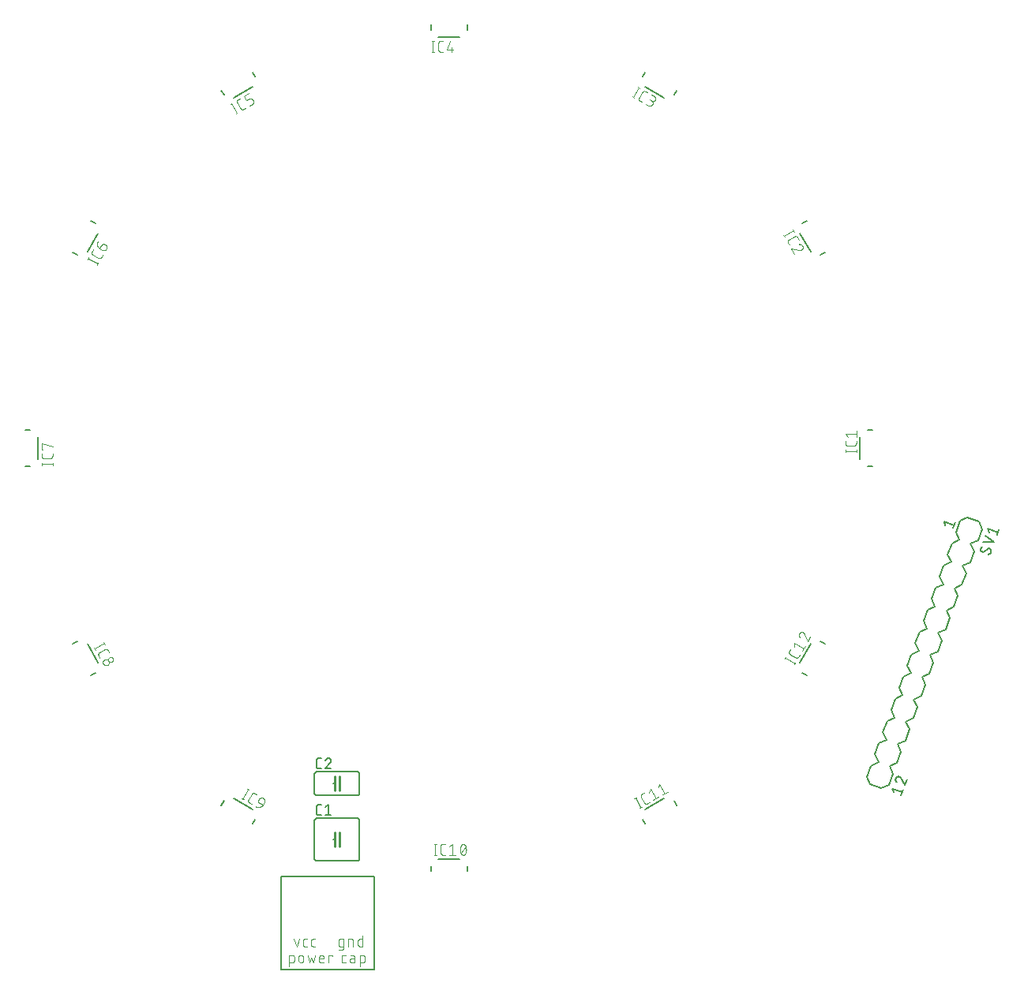
<source format=gbr>
G04 EAGLE Gerber RS-274X export*
G75*
%MOMM*%
%FSLAX34Y34*%
%LPD*%
%INSilkscreen Top*%
%IPPOS*%
%AMOC8*
5,1,8,0,0,1.08239X$1,22.5*%
G01*
%ADD10C,0.203200*%
%ADD11C,0.101600*%
%ADD12C,0.152400*%
%ADD13C,0.254000*%
%ADD14C,0.127000*%


D10*
X454250Y19500D02*
X448900Y19500D01*
X441000Y11600D02*
X441000Y-11600D01*
X448900Y-19500D02*
X454250Y-19500D01*
D11*
X436792Y-3373D02*
X425108Y-3373D01*
X436792Y-4671D02*
X436792Y-2074D01*
X425108Y-2074D02*
X425108Y-4671D01*
X436792Y5089D02*
X436792Y7686D01*
X436792Y5089D02*
X436790Y4990D01*
X436784Y4890D01*
X436775Y4791D01*
X436762Y4693D01*
X436745Y4595D01*
X436724Y4497D01*
X436699Y4401D01*
X436671Y4306D01*
X436639Y4212D01*
X436604Y4119D01*
X436565Y4027D01*
X436522Y3937D01*
X436477Y3849D01*
X436427Y3762D01*
X436375Y3678D01*
X436319Y3595D01*
X436261Y3515D01*
X436199Y3437D01*
X436134Y3362D01*
X436066Y3289D01*
X435996Y3219D01*
X435923Y3151D01*
X435848Y3086D01*
X435770Y3024D01*
X435690Y2966D01*
X435607Y2910D01*
X435523Y2858D01*
X435436Y2808D01*
X435348Y2763D01*
X435258Y2720D01*
X435166Y2681D01*
X435073Y2646D01*
X434979Y2614D01*
X434884Y2586D01*
X434788Y2561D01*
X434690Y2540D01*
X434592Y2523D01*
X434494Y2510D01*
X434395Y2501D01*
X434295Y2495D01*
X434196Y2493D01*
X427704Y2493D01*
X427704Y2492D02*
X427605Y2494D01*
X427505Y2500D01*
X427406Y2509D01*
X427308Y2522D01*
X427210Y2540D01*
X427112Y2560D01*
X427016Y2585D01*
X426920Y2613D01*
X426826Y2645D01*
X426733Y2680D01*
X426642Y2719D01*
X426552Y2762D01*
X426463Y2807D01*
X426377Y2857D01*
X426292Y2909D01*
X426210Y2965D01*
X426130Y3024D01*
X426052Y3085D01*
X425976Y3150D01*
X425903Y3218D01*
X425833Y3288D01*
X425765Y3361D01*
X425700Y3437D01*
X425639Y3515D01*
X425580Y3595D01*
X425524Y3677D01*
X425472Y3762D01*
X425423Y3848D01*
X425377Y3937D01*
X425334Y4027D01*
X425295Y4118D01*
X425260Y4211D01*
X425228Y4305D01*
X425200Y4401D01*
X425175Y4497D01*
X425155Y4595D01*
X425137Y4693D01*
X425124Y4791D01*
X425115Y4890D01*
X425109Y4989D01*
X425107Y5089D01*
X425108Y5089D02*
X425108Y7686D01*
X427704Y12051D02*
X425108Y15296D01*
X436792Y15296D01*
X436792Y12051D02*
X436792Y18542D01*
D10*
X19500Y-448900D02*
X19500Y-454250D01*
X11600Y-441000D02*
X-11600Y-441000D01*
X-19500Y-448900D02*
X-19500Y-454250D01*
D11*
X-14803Y-436792D02*
X-14803Y-425108D01*
X-16101Y-436792D02*
X-13504Y-436792D01*
X-13504Y-425108D02*
X-16101Y-425108D01*
X-6341Y-436792D02*
X-3744Y-436792D01*
X-6341Y-436792D02*
X-6440Y-436790D01*
X-6540Y-436784D01*
X-6639Y-436775D01*
X-6737Y-436762D01*
X-6835Y-436745D01*
X-6933Y-436724D01*
X-7029Y-436699D01*
X-7124Y-436671D01*
X-7218Y-436639D01*
X-7311Y-436604D01*
X-7403Y-436565D01*
X-7493Y-436522D01*
X-7581Y-436477D01*
X-7668Y-436427D01*
X-7752Y-436375D01*
X-7835Y-436319D01*
X-7915Y-436261D01*
X-7993Y-436199D01*
X-8068Y-436134D01*
X-8141Y-436066D01*
X-8211Y-435996D01*
X-8279Y-435923D01*
X-8344Y-435848D01*
X-8406Y-435770D01*
X-8464Y-435690D01*
X-8520Y-435607D01*
X-8572Y-435523D01*
X-8622Y-435436D01*
X-8667Y-435348D01*
X-8710Y-435258D01*
X-8749Y-435166D01*
X-8784Y-435073D01*
X-8816Y-434979D01*
X-8844Y-434884D01*
X-8869Y-434788D01*
X-8890Y-434690D01*
X-8907Y-434592D01*
X-8920Y-434494D01*
X-8929Y-434395D01*
X-8935Y-434295D01*
X-8937Y-434196D01*
X-8937Y-427704D01*
X-8938Y-427704D02*
X-8936Y-427605D01*
X-8930Y-427505D01*
X-8921Y-427406D01*
X-8908Y-427308D01*
X-8890Y-427210D01*
X-8870Y-427112D01*
X-8845Y-427016D01*
X-8817Y-426920D01*
X-8785Y-426826D01*
X-8750Y-426733D01*
X-8711Y-426642D01*
X-8668Y-426552D01*
X-8623Y-426463D01*
X-8573Y-426377D01*
X-8521Y-426292D01*
X-8465Y-426210D01*
X-8406Y-426130D01*
X-8345Y-426052D01*
X-8280Y-425976D01*
X-8212Y-425903D01*
X-8142Y-425833D01*
X-8069Y-425765D01*
X-7993Y-425700D01*
X-7915Y-425639D01*
X-7835Y-425580D01*
X-7753Y-425524D01*
X-7668Y-425472D01*
X-7582Y-425423D01*
X-7493Y-425377D01*
X-7403Y-425334D01*
X-7312Y-425295D01*
X-7219Y-425260D01*
X-7125Y-425228D01*
X-7029Y-425200D01*
X-6933Y-425175D01*
X-6835Y-425155D01*
X-6737Y-425137D01*
X-6639Y-425124D01*
X-6540Y-425115D01*
X-6441Y-425109D01*
X-6341Y-425107D01*
X-6341Y-425108D02*
X-3744Y-425108D01*
X621Y-427704D02*
X3866Y-425108D01*
X3866Y-436792D01*
X621Y-436792D02*
X7112Y-436792D01*
X12051Y-430950D02*
X12054Y-430720D01*
X12062Y-430490D01*
X12076Y-430261D01*
X12095Y-430032D01*
X12120Y-429803D01*
X12150Y-429575D01*
X12185Y-429348D01*
X12226Y-429122D01*
X12272Y-428897D01*
X12324Y-428673D01*
X12381Y-428450D01*
X12443Y-428229D01*
X12511Y-428009D01*
X12584Y-427791D01*
X12662Y-427575D01*
X12745Y-427361D01*
X12833Y-427149D01*
X12926Y-426938D01*
X13025Y-426731D01*
X13024Y-426731D02*
X13057Y-426641D01*
X13093Y-426552D01*
X13133Y-426464D01*
X13177Y-426379D01*
X13224Y-426295D01*
X13274Y-426213D01*
X13328Y-426133D01*
X13384Y-426056D01*
X13444Y-425980D01*
X13507Y-425907D01*
X13572Y-425837D01*
X13641Y-425769D01*
X13712Y-425705D01*
X13785Y-425643D01*
X13861Y-425584D01*
X13939Y-425528D01*
X14020Y-425475D01*
X14102Y-425426D01*
X14186Y-425380D01*
X14273Y-425337D01*
X14360Y-425298D01*
X14450Y-425262D01*
X14540Y-425230D01*
X14632Y-425202D01*
X14725Y-425177D01*
X14819Y-425156D01*
X14913Y-425139D01*
X15008Y-425125D01*
X15104Y-425116D01*
X15200Y-425110D01*
X15296Y-425108D01*
X15392Y-425110D01*
X15488Y-425116D01*
X15584Y-425125D01*
X15679Y-425139D01*
X15773Y-425156D01*
X15867Y-425177D01*
X15960Y-425202D01*
X16052Y-425230D01*
X16142Y-425262D01*
X16232Y-425298D01*
X16320Y-425337D01*
X16406Y-425380D01*
X16490Y-425426D01*
X16572Y-425475D01*
X16653Y-425528D01*
X16731Y-425584D01*
X16807Y-425643D01*
X16880Y-425705D01*
X16951Y-425769D01*
X17020Y-425837D01*
X17085Y-425907D01*
X17148Y-425980D01*
X17208Y-426056D01*
X17264Y-426133D01*
X17318Y-426213D01*
X17368Y-426295D01*
X17415Y-426379D01*
X17459Y-426464D01*
X17499Y-426552D01*
X17535Y-426641D01*
X17568Y-426731D01*
X17667Y-426938D01*
X17760Y-427149D01*
X17848Y-427361D01*
X17931Y-427575D01*
X18009Y-427791D01*
X18082Y-428009D01*
X18150Y-428229D01*
X18212Y-428450D01*
X18269Y-428673D01*
X18321Y-428897D01*
X18367Y-429122D01*
X18408Y-429348D01*
X18443Y-429575D01*
X18473Y-429803D01*
X18498Y-430032D01*
X18517Y-430261D01*
X18531Y-430490D01*
X18539Y-430720D01*
X18542Y-430950D01*
X12051Y-430950D02*
X12054Y-431180D01*
X12062Y-431410D01*
X12076Y-431639D01*
X12095Y-431868D01*
X12120Y-432097D01*
X12150Y-432325D01*
X12185Y-432552D01*
X12226Y-432778D01*
X12272Y-433003D01*
X12324Y-433227D01*
X12381Y-433450D01*
X12443Y-433671D01*
X12511Y-433891D01*
X12584Y-434109D01*
X12662Y-434325D01*
X12745Y-434539D01*
X12833Y-434751D01*
X12926Y-434962D01*
X13025Y-435169D01*
X13024Y-435169D02*
X13057Y-435259D01*
X13093Y-435348D01*
X13134Y-435436D01*
X13177Y-435521D01*
X13224Y-435605D01*
X13274Y-435687D01*
X13328Y-435767D01*
X13384Y-435844D01*
X13444Y-435920D01*
X13507Y-435993D01*
X13572Y-436063D01*
X13641Y-436131D01*
X13712Y-436195D01*
X13785Y-436257D01*
X13861Y-436316D01*
X13939Y-436372D01*
X14020Y-436425D01*
X14102Y-436474D01*
X14186Y-436520D01*
X14273Y-436563D01*
X14360Y-436602D01*
X14450Y-436638D01*
X14540Y-436670D01*
X14632Y-436698D01*
X14725Y-436723D01*
X14819Y-436744D01*
X14913Y-436761D01*
X15008Y-436775D01*
X15104Y-436784D01*
X15200Y-436790D01*
X15296Y-436792D01*
X17568Y-435169D02*
X17667Y-434962D01*
X17760Y-434751D01*
X17848Y-434539D01*
X17931Y-434325D01*
X18009Y-434109D01*
X18082Y-433891D01*
X18150Y-433671D01*
X18212Y-433450D01*
X18269Y-433227D01*
X18321Y-433003D01*
X18367Y-432778D01*
X18408Y-432552D01*
X18443Y-432325D01*
X18473Y-432097D01*
X18498Y-431868D01*
X18517Y-431639D01*
X18531Y-431410D01*
X18539Y-431180D01*
X18542Y-430950D01*
X17568Y-435169D02*
X17535Y-435259D01*
X17499Y-435348D01*
X17459Y-435436D01*
X17415Y-435521D01*
X17368Y-435605D01*
X17318Y-435687D01*
X17264Y-435767D01*
X17208Y-435844D01*
X17148Y-435920D01*
X17085Y-435993D01*
X17020Y-436063D01*
X16951Y-436131D01*
X16880Y-436195D01*
X16807Y-436257D01*
X16731Y-436316D01*
X16653Y-436372D01*
X16572Y-436425D01*
X16490Y-436474D01*
X16406Y-436520D01*
X16319Y-436563D01*
X16232Y-436602D01*
X16142Y-436638D01*
X16052Y-436670D01*
X15960Y-436698D01*
X15867Y-436723D01*
X15773Y-436744D01*
X15679Y-436761D01*
X15584Y-436775D01*
X15488Y-436784D01*
X15392Y-436790D01*
X15296Y-436792D01*
X12700Y-434196D02*
X17893Y-427704D01*
D10*
X241337Y-379008D02*
X244012Y-383642D01*
X230546Y-376117D02*
X210454Y-387717D01*
X207563Y-398508D02*
X210238Y-403142D01*
D11*
X205577Y-385674D02*
X199735Y-375555D01*
X204452Y-386323D02*
X206701Y-385025D01*
X200859Y-374906D02*
X198610Y-376204D01*
X212905Y-381443D02*
X215153Y-380145D01*
X212904Y-381442D02*
X212817Y-381490D01*
X212728Y-381535D01*
X212638Y-381576D01*
X212546Y-381614D01*
X212452Y-381648D01*
X212358Y-381679D01*
X212262Y-381706D01*
X212165Y-381729D01*
X212068Y-381749D01*
X211969Y-381764D01*
X211871Y-381776D01*
X211772Y-381785D01*
X211672Y-381789D01*
X211573Y-381790D01*
X211473Y-381787D01*
X211374Y-381780D01*
X211275Y-381769D01*
X211177Y-381754D01*
X211079Y-381736D01*
X210982Y-381714D01*
X210886Y-381688D01*
X210791Y-381659D01*
X210697Y-381626D01*
X210605Y-381589D01*
X210514Y-381549D01*
X210424Y-381506D01*
X210337Y-381459D01*
X210251Y-381408D01*
X210167Y-381355D01*
X210085Y-381298D01*
X210006Y-381238D01*
X209929Y-381176D01*
X209854Y-381110D01*
X209782Y-381041D01*
X209713Y-380970D01*
X209646Y-380896D01*
X209582Y-380820D01*
X209521Y-380741D01*
X209464Y-380660D01*
X209409Y-380577D01*
X209358Y-380492D01*
X209358Y-380493D02*
X206112Y-374871D01*
X206113Y-374871D02*
X206065Y-374784D01*
X206020Y-374695D01*
X205979Y-374605D01*
X205941Y-374513D01*
X205907Y-374419D01*
X205876Y-374325D01*
X205849Y-374229D01*
X205826Y-374132D01*
X205806Y-374035D01*
X205791Y-373936D01*
X205779Y-373838D01*
X205770Y-373739D01*
X205766Y-373639D01*
X205765Y-373540D01*
X205768Y-373440D01*
X205775Y-373341D01*
X205786Y-373242D01*
X205801Y-373144D01*
X205819Y-373046D01*
X205841Y-372949D01*
X205867Y-372853D01*
X205896Y-372758D01*
X205929Y-372664D01*
X205966Y-372572D01*
X206006Y-372481D01*
X206049Y-372391D01*
X206096Y-372304D01*
X206147Y-372218D01*
X206200Y-372134D01*
X206257Y-372052D01*
X206317Y-371973D01*
X206379Y-371896D01*
X206445Y-371821D01*
X206514Y-371749D01*
X206585Y-371680D01*
X206659Y-371613D01*
X206735Y-371549D01*
X206814Y-371489D01*
X206895Y-371431D01*
X206978Y-371376D01*
X207063Y-371325D01*
X207063Y-371324D02*
X209311Y-370026D01*
X214390Y-370092D02*
X215902Y-366221D01*
X221744Y-376339D01*
X218934Y-377962D02*
X224555Y-374716D01*
X224289Y-364377D02*
X225801Y-360506D01*
X231643Y-370624D01*
X228832Y-372247D02*
X234454Y-369001D01*
D10*
X398508Y-207563D02*
X403142Y-210238D01*
X387717Y-210454D02*
X376117Y-230546D01*
X379008Y-241337D02*
X383642Y-244012D01*
D11*
X370871Y-231215D02*
X360753Y-225373D01*
X370222Y-232340D02*
X371520Y-230091D01*
X361402Y-224249D02*
X360104Y-226498D01*
X375102Y-223887D02*
X376400Y-221639D01*
X375102Y-223887D02*
X375051Y-223972D01*
X374996Y-224055D01*
X374939Y-224136D01*
X374878Y-224215D01*
X374814Y-224291D01*
X374747Y-224365D01*
X374678Y-224436D01*
X374606Y-224505D01*
X374531Y-224571D01*
X374454Y-224633D01*
X374375Y-224693D01*
X374293Y-224750D01*
X374209Y-224803D01*
X374123Y-224854D01*
X374036Y-224901D01*
X373946Y-224944D01*
X373855Y-224984D01*
X373763Y-225021D01*
X373669Y-225054D01*
X373574Y-225083D01*
X373478Y-225109D01*
X373381Y-225131D01*
X373283Y-225149D01*
X373185Y-225164D01*
X373086Y-225175D01*
X372987Y-225182D01*
X372887Y-225185D01*
X372788Y-225184D01*
X372688Y-225180D01*
X372589Y-225171D01*
X372491Y-225159D01*
X372392Y-225144D01*
X372295Y-225124D01*
X372198Y-225101D01*
X372102Y-225074D01*
X372008Y-225043D01*
X371914Y-225009D01*
X371822Y-224971D01*
X371732Y-224930D01*
X371643Y-224885D01*
X371556Y-224837D01*
X371555Y-224838D02*
X365934Y-221592D01*
X365934Y-221591D02*
X365849Y-221540D01*
X365766Y-221485D01*
X365685Y-221428D01*
X365606Y-221367D01*
X365530Y-221303D01*
X365456Y-221236D01*
X365385Y-221167D01*
X365316Y-221095D01*
X365250Y-221020D01*
X365188Y-220943D01*
X365128Y-220864D01*
X365071Y-220782D01*
X365018Y-220698D01*
X364967Y-220612D01*
X364920Y-220525D01*
X364877Y-220435D01*
X364837Y-220344D01*
X364800Y-220252D01*
X364767Y-220158D01*
X364738Y-220063D01*
X364712Y-219967D01*
X364690Y-219870D01*
X364672Y-219772D01*
X364657Y-219674D01*
X364646Y-219575D01*
X364639Y-219476D01*
X364636Y-219376D01*
X364637Y-219277D01*
X364641Y-219177D01*
X364650Y-219078D01*
X364662Y-218980D01*
X364677Y-218881D01*
X364697Y-218784D01*
X364720Y-218687D01*
X364747Y-218591D01*
X364778Y-218497D01*
X364812Y-218403D01*
X364850Y-218311D01*
X364891Y-218221D01*
X364936Y-218132D01*
X364984Y-218045D01*
X364983Y-218045D02*
X366282Y-215797D01*
X370713Y-213314D02*
X370087Y-209205D01*
X380206Y-215047D01*
X378583Y-217858D02*
X381829Y-212237D01*
X379955Y-197956D02*
X379861Y-197905D01*
X379766Y-197856D01*
X379669Y-197812D01*
X379571Y-197771D01*
X379471Y-197733D01*
X379370Y-197699D01*
X379267Y-197669D01*
X379164Y-197643D01*
X379060Y-197620D01*
X378954Y-197602D01*
X378849Y-197587D01*
X378743Y-197576D01*
X378636Y-197568D01*
X378530Y-197565D01*
X378423Y-197566D01*
X378316Y-197570D01*
X378210Y-197579D01*
X378104Y-197591D01*
X377998Y-197607D01*
X377894Y-197627D01*
X377790Y-197651D01*
X377687Y-197679D01*
X377585Y-197710D01*
X377484Y-197745D01*
X377384Y-197784D01*
X377286Y-197826D01*
X377190Y-197872D01*
X377096Y-197922D01*
X377003Y-197974D01*
X376912Y-198030D01*
X376823Y-198090D01*
X376737Y-198152D01*
X376653Y-198218D01*
X376571Y-198287D01*
X376492Y-198359D01*
X376416Y-198433D01*
X376342Y-198510D01*
X376272Y-198590D01*
X376204Y-198673D01*
X376139Y-198758D01*
X376078Y-198845D01*
X376019Y-198934D01*
X375964Y-199026D01*
X375905Y-199131D01*
X375850Y-199239D01*
X375798Y-199348D01*
X375749Y-199459D01*
X375705Y-199572D01*
X375664Y-199685D01*
X375626Y-199801D01*
X375593Y-199917D01*
X375563Y-200034D01*
X375537Y-200152D01*
X375514Y-200271D01*
X375496Y-200391D01*
X375481Y-200511D01*
X375471Y-200631D01*
X375464Y-200752D01*
X375461Y-200873D01*
X375462Y-200994D01*
X375467Y-201115D01*
X375476Y-201236D01*
X375489Y-201356D01*
X375505Y-201476D01*
X375526Y-201595D01*
X375550Y-201714D01*
X375578Y-201832D01*
X375610Y-201948D01*
X375645Y-202064D01*
X375685Y-202178D01*
X375728Y-202292D01*
X375774Y-202403D01*
X375825Y-202513D01*
X375878Y-202622D01*
X375935Y-202729D01*
X375996Y-202833D01*
X376060Y-202936D01*
X376127Y-203037D01*
X376198Y-203135D01*
X376271Y-203231D01*
X376348Y-203325D01*
X376427Y-203416D01*
X381435Y-199935D02*
X381407Y-199828D01*
X381376Y-199723D01*
X381340Y-199618D01*
X381301Y-199515D01*
X381259Y-199413D01*
X381213Y-199312D01*
X381163Y-199214D01*
X381110Y-199117D01*
X381053Y-199022D01*
X380994Y-198929D01*
X380931Y-198838D01*
X380864Y-198750D01*
X380795Y-198664D01*
X380723Y-198580D01*
X380648Y-198499D01*
X380570Y-198421D01*
X380489Y-198346D01*
X380406Y-198273D01*
X380320Y-198203D01*
X380232Y-198137D01*
X380142Y-198073D01*
X380049Y-198013D01*
X379954Y-197956D01*
X381435Y-199936D02*
X384298Y-207959D01*
X387543Y-202338D01*
D10*
X379008Y241337D02*
X383642Y244012D01*
X376117Y230546D02*
X387717Y210454D01*
X398508Y207563D02*
X403142Y210238D01*
D11*
X369651Y233330D02*
X359532Y227488D01*
X358883Y228612D02*
X360181Y226363D01*
X370300Y232205D02*
X369001Y234454D01*
X363763Y220159D02*
X365061Y217911D01*
X363763Y220160D02*
X363715Y220247D01*
X363670Y220336D01*
X363629Y220426D01*
X363591Y220518D01*
X363557Y220612D01*
X363526Y220706D01*
X363499Y220802D01*
X363476Y220899D01*
X363456Y220996D01*
X363441Y221095D01*
X363429Y221193D01*
X363420Y221292D01*
X363416Y221392D01*
X363415Y221491D01*
X363418Y221591D01*
X363425Y221690D01*
X363436Y221789D01*
X363451Y221887D01*
X363469Y221985D01*
X363491Y222082D01*
X363517Y222178D01*
X363546Y222273D01*
X363579Y222367D01*
X363616Y222459D01*
X363656Y222550D01*
X363699Y222640D01*
X363746Y222727D01*
X363797Y222813D01*
X363850Y222897D01*
X363907Y222979D01*
X363967Y223058D01*
X364029Y223135D01*
X364095Y223210D01*
X364164Y223282D01*
X364235Y223351D01*
X364309Y223418D01*
X364385Y223482D01*
X364464Y223542D01*
X364545Y223600D01*
X364628Y223655D01*
X364713Y223706D01*
X370335Y226952D01*
X370335Y226951D02*
X370422Y226999D01*
X370511Y227044D01*
X370601Y227085D01*
X370693Y227123D01*
X370787Y227157D01*
X370881Y227188D01*
X370977Y227215D01*
X371074Y227238D01*
X371171Y227258D01*
X371270Y227273D01*
X371368Y227285D01*
X371467Y227294D01*
X371567Y227298D01*
X371666Y227299D01*
X371766Y227296D01*
X371865Y227289D01*
X371964Y227278D01*
X372062Y227263D01*
X372160Y227245D01*
X372257Y227223D01*
X372353Y227197D01*
X372448Y227168D01*
X372542Y227135D01*
X372634Y227098D01*
X372725Y227058D01*
X372814Y227015D01*
X372902Y226968D01*
X372988Y226917D01*
X373072Y226864D01*
X373153Y226807D01*
X373233Y226747D01*
X373310Y226685D01*
X373385Y226619D01*
X373457Y226550D01*
X373526Y226479D01*
X373593Y226405D01*
X373657Y226329D01*
X373717Y226250D01*
X373775Y226169D01*
X373830Y226086D01*
X373881Y226001D01*
X375180Y223753D01*
X379148Y216880D02*
X379199Y216787D01*
X379248Y216692D01*
X379292Y216595D01*
X379333Y216497D01*
X379371Y216397D01*
X379405Y216296D01*
X379435Y216193D01*
X379461Y216090D01*
X379484Y215985D01*
X379502Y215880D01*
X379517Y215775D01*
X379528Y215669D01*
X379536Y215562D01*
X379539Y215456D01*
X379538Y215349D01*
X379534Y215242D01*
X379525Y215136D01*
X379513Y215030D01*
X379497Y214924D01*
X379477Y214820D01*
X379453Y214716D01*
X379425Y214613D01*
X379394Y214511D01*
X379359Y214410D01*
X379320Y214310D01*
X379278Y214212D01*
X379232Y214116D01*
X379182Y214022D01*
X379130Y213929D01*
X379074Y213838D01*
X379014Y213749D01*
X378952Y213663D01*
X378886Y213579D01*
X378817Y213497D01*
X378745Y213418D01*
X378671Y213342D01*
X378594Y213268D01*
X378514Y213198D01*
X378431Y213130D01*
X378346Y213065D01*
X378259Y213004D01*
X378170Y212945D01*
X378079Y212890D01*
X379147Y216880D02*
X379085Y216984D01*
X379020Y217086D01*
X378951Y217186D01*
X378879Y217283D01*
X378804Y217378D01*
X378726Y217470D01*
X378645Y217560D01*
X378561Y217648D01*
X378474Y217732D01*
X378385Y217814D01*
X378293Y217893D01*
X378199Y217968D01*
X378102Y218041D01*
X378003Y218110D01*
X377902Y218177D01*
X377798Y218240D01*
X377693Y218299D01*
X377586Y218356D01*
X377477Y218408D01*
X377366Y218457D01*
X377254Y218503D01*
X377141Y218545D01*
X377026Y218583D01*
X376910Y218618D01*
X376793Y218649D01*
X376675Y218675D01*
X376556Y218699D01*
X376437Y218718D01*
X376317Y218733D01*
X376196Y218745D01*
X376075Y218753D01*
X375954Y218757D01*
X375833Y218756D01*
X375713Y218752D01*
X375592Y218745D01*
X375471Y218733D01*
X375351Y218717D01*
X375232Y218698D01*
X375113Y218674D01*
X375624Y212599D02*
X375730Y212569D01*
X375837Y212544D01*
X375946Y212522D01*
X376055Y212504D01*
X376164Y212490D01*
X376274Y212480D01*
X376384Y212473D01*
X376495Y212471D01*
X376605Y212472D01*
X376716Y212478D01*
X376826Y212487D01*
X376935Y212500D01*
X377044Y212517D01*
X377153Y212538D01*
X377261Y212562D01*
X377367Y212591D01*
X377473Y212623D01*
X377578Y212659D01*
X377681Y212698D01*
X377782Y212741D01*
X377882Y212788D01*
X377981Y212838D01*
X378078Y212891D01*
X375624Y212598D02*
X367244Y214130D01*
X370489Y208509D01*
D10*
X207563Y398508D02*
X210238Y403142D01*
X210454Y387717D02*
X230546Y376117D01*
X241337Y379008D02*
X244012Y383642D01*
D11*
X203462Y386894D02*
X197620Y376776D01*
X196496Y377425D02*
X198745Y376127D01*
X204587Y386245D02*
X202338Y387544D01*
X204948Y372545D02*
X207197Y371247D01*
X204949Y372545D02*
X204864Y372596D01*
X204781Y372651D01*
X204700Y372708D01*
X204621Y372769D01*
X204545Y372833D01*
X204471Y372900D01*
X204400Y372969D01*
X204331Y373041D01*
X204265Y373116D01*
X204203Y373193D01*
X204143Y373272D01*
X204086Y373354D01*
X204033Y373438D01*
X203982Y373524D01*
X203935Y373612D01*
X203892Y373701D01*
X203852Y373792D01*
X203815Y373884D01*
X203782Y373978D01*
X203753Y374073D01*
X203727Y374169D01*
X203705Y374266D01*
X203687Y374364D01*
X203672Y374462D01*
X203661Y374561D01*
X203654Y374660D01*
X203651Y374760D01*
X203652Y374859D01*
X203656Y374959D01*
X203665Y375058D01*
X203677Y375157D01*
X203692Y375255D01*
X203712Y375352D01*
X203735Y375449D01*
X203762Y375545D01*
X203793Y375639D01*
X203827Y375733D01*
X203865Y375825D01*
X203906Y375915D01*
X203951Y376004D01*
X203999Y376091D01*
X203998Y376092D02*
X207244Y381713D01*
X207295Y381798D01*
X207350Y381881D01*
X207407Y381962D01*
X207468Y382041D01*
X207532Y382117D01*
X207599Y382191D01*
X207668Y382262D01*
X207740Y382331D01*
X207815Y382397D01*
X207892Y382459D01*
X207971Y382519D01*
X208053Y382576D01*
X208137Y382629D01*
X208223Y382680D01*
X208310Y382727D01*
X208400Y382770D01*
X208491Y382810D01*
X208583Y382847D01*
X208677Y382880D01*
X208772Y382909D01*
X208868Y382935D01*
X208965Y382957D01*
X209063Y382975D01*
X209161Y382990D01*
X209260Y383001D01*
X209359Y383008D01*
X209459Y383011D01*
X209558Y383010D01*
X209658Y383006D01*
X209757Y382997D01*
X209855Y382985D01*
X209954Y382970D01*
X210051Y382950D01*
X210148Y382927D01*
X210244Y382900D01*
X210338Y382869D01*
X210432Y382835D01*
X210524Y382797D01*
X210614Y382756D01*
X210703Y382711D01*
X210790Y382663D01*
X210790Y382664D02*
X213039Y381365D01*
X210977Y369064D02*
X213788Y367441D01*
X213887Y367386D01*
X213988Y367335D01*
X214091Y367287D01*
X214195Y367242D01*
X214301Y367202D01*
X214408Y367165D01*
X214516Y367132D01*
X214626Y367102D01*
X214736Y367077D01*
X214847Y367055D01*
X214959Y367038D01*
X215072Y367024D01*
X215185Y367014D01*
X215298Y367008D01*
X215411Y367006D01*
X215524Y367008D01*
X215637Y367014D01*
X215750Y367024D01*
X215863Y367038D01*
X215975Y367055D01*
X216086Y367077D01*
X216196Y367102D01*
X216306Y367132D01*
X216414Y367165D01*
X216521Y367202D01*
X216627Y367242D01*
X216731Y367287D01*
X216834Y367335D01*
X216935Y367386D01*
X217034Y367441D01*
X217131Y367499D01*
X217226Y367561D01*
X217319Y367626D01*
X217409Y367694D01*
X217497Y367765D01*
X217583Y367840D01*
X217666Y367917D01*
X217746Y367997D01*
X217823Y368080D01*
X217898Y368166D01*
X217969Y368254D01*
X218037Y368344D01*
X218102Y368437D01*
X218164Y368532D01*
X218222Y368629D01*
X218277Y368728D01*
X218328Y368829D01*
X218376Y368932D01*
X218421Y369036D01*
X218461Y369142D01*
X218498Y369249D01*
X218531Y369357D01*
X218561Y369467D01*
X218586Y369577D01*
X218608Y369688D01*
X218625Y369800D01*
X218639Y369913D01*
X218649Y370026D01*
X218655Y370139D01*
X218657Y370252D01*
X218655Y370365D01*
X218649Y370478D01*
X218639Y370591D01*
X218625Y370704D01*
X218608Y370816D01*
X218586Y370927D01*
X218561Y371037D01*
X218531Y371147D01*
X218498Y371255D01*
X218461Y371362D01*
X218421Y371468D01*
X218376Y371572D01*
X218328Y371675D01*
X218277Y371776D01*
X218222Y371875D01*
X218164Y371972D01*
X218102Y372067D01*
X218037Y372160D01*
X217969Y372250D01*
X217898Y372338D01*
X217823Y372424D01*
X217746Y372507D01*
X217666Y372587D01*
X217583Y372664D01*
X217497Y372739D01*
X217409Y372810D01*
X217319Y372878D01*
X217226Y372943D01*
X217131Y373005D01*
X217034Y373063D01*
X220192Y377235D02*
X216819Y379183D01*
X220193Y377236D02*
X220279Y377184D01*
X220363Y377129D01*
X220445Y377070D01*
X220524Y377008D01*
X220602Y376944D01*
X220676Y376876D01*
X220748Y376805D01*
X220817Y376732D01*
X220883Y376656D01*
X220947Y376578D01*
X221007Y376497D01*
X221064Y376414D01*
X221117Y376329D01*
X221168Y376242D01*
X221215Y376153D01*
X221258Y376062D01*
X221298Y375969D01*
X221334Y375875D01*
X221367Y375780D01*
X221396Y375683D01*
X221421Y375586D01*
X221442Y375487D01*
X221460Y375388D01*
X221473Y375288D01*
X221483Y375188D01*
X221489Y375088D01*
X221491Y374987D01*
X221489Y374886D01*
X221483Y374786D01*
X221473Y374686D01*
X221460Y374586D01*
X221442Y374487D01*
X221421Y374388D01*
X221396Y374291D01*
X221367Y374194D01*
X221334Y374099D01*
X221298Y374005D01*
X221258Y373912D01*
X221215Y373821D01*
X221168Y373732D01*
X221117Y373645D01*
X221064Y373560D01*
X221007Y373477D01*
X220947Y373396D01*
X220883Y373318D01*
X220817Y373242D01*
X220748Y373169D01*
X220676Y373098D01*
X220602Y373030D01*
X220524Y372966D01*
X220445Y372904D01*
X220363Y372845D01*
X220279Y372790D01*
X220193Y372738D01*
X220104Y372689D01*
X220014Y372644D01*
X219923Y372602D01*
X219829Y372564D01*
X219735Y372530D01*
X219639Y372499D01*
X219542Y372472D01*
X219444Y372449D01*
X219345Y372429D01*
X219245Y372414D01*
X219145Y372402D01*
X219045Y372394D01*
X218944Y372390D01*
X218844Y372390D01*
X218743Y372394D01*
X218643Y372402D01*
X218543Y372414D01*
X218443Y372429D01*
X218344Y372449D01*
X218246Y372472D01*
X218149Y372499D01*
X218053Y372530D01*
X217959Y372564D01*
X217865Y372602D01*
X217774Y372644D01*
X217684Y372689D01*
X217596Y372738D01*
X215347Y374036D01*
D10*
X-19500Y448900D02*
X-19500Y454250D01*
X-11600Y441000D02*
X11600Y441000D01*
X19500Y448900D02*
X19500Y454250D01*
D11*
X-17244Y436792D02*
X-17244Y425108D01*
X-18542Y425108D02*
X-15946Y425108D01*
X-15946Y436792D02*
X-18542Y436792D01*
X-8782Y425108D02*
X-6186Y425108D01*
X-8782Y425108D02*
X-8881Y425110D01*
X-8981Y425116D01*
X-9080Y425125D01*
X-9178Y425138D01*
X-9276Y425155D01*
X-9374Y425176D01*
X-9470Y425201D01*
X-9565Y425229D01*
X-9659Y425261D01*
X-9752Y425296D01*
X-9844Y425335D01*
X-9934Y425378D01*
X-10022Y425423D01*
X-10109Y425473D01*
X-10193Y425525D01*
X-10276Y425581D01*
X-10356Y425639D01*
X-10434Y425701D01*
X-10509Y425766D01*
X-10582Y425834D01*
X-10652Y425904D01*
X-10720Y425977D01*
X-10785Y426052D01*
X-10847Y426130D01*
X-10905Y426210D01*
X-10961Y426293D01*
X-11013Y426377D01*
X-11063Y426464D01*
X-11108Y426552D01*
X-11151Y426642D01*
X-11190Y426734D01*
X-11225Y426827D01*
X-11257Y426921D01*
X-11285Y427016D01*
X-11310Y427112D01*
X-11331Y427210D01*
X-11348Y427308D01*
X-11361Y427406D01*
X-11370Y427505D01*
X-11376Y427605D01*
X-11378Y427704D01*
X-11379Y427704D02*
X-11379Y434196D01*
X-11378Y434196D02*
X-11376Y434295D01*
X-11370Y434395D01*
X-11361Y434494D01*
X-11348Y434592D01*
X-11331Y434690D01*
X-11310Y434788D01*
X-11285Y434884D01*
X-11257Y434979D01*
X-11225Y435073D01*
X-11190Y435166D01*
X-11151Y435258D01*
X-11108Y435348D01*
X-11063Y435436D01*
X-11013Y435523D01*
X-10961Y435607D01*
X-10905Y435690D01*
X-10847Y435770D01*
X-10785Y435848D01*
X-10720Y435923D01*
X-10652Y435996D01*
X-10582Y436066D01*
X-10509Y436134D01*
X-10434Y436199D01*
X-10356Y436261D01*
X-10276Y436319D01*
X-10193Y436375D01*
X-10109Y436427D01*
X-10022Y436477D01*
X-9934Y436522D01*
X-9844Y436565D01*
X-9752Y436604D01*
X-9659Y436639D01*
X-9565Y436671D01*
X-9470Y436699D01*
X-9374Y436724D01*
X-9276Y436745D01*
X-9178Y436762D01*
X-9080Y436775D01*
X-8981Y436784D01*
X-8881Y436790D01*
X-8782Y436792D01*
X-6186Y436792D01*
X776Y436792D02*
X-1820Y427704D01*
X4671Y427704D01*
X2723Y425108D02*
X2723Y430301D01*
D10*
X-241337Y379008D02*
X-244012Y383642D01*
X-230546Y376117D02*
X-210454Y387717D01*
X-207563Y398508D02*
X-210238Y403142D01*
D11*
X-233330Y369651D02*
X-227488Y359532D01*
X-228612Y358883D02*
X-226363Y360181D01*
X-232205Y370300D02*
X-234454Y369002D01*
X-220159Y363763D02*
X-217911Y365061D01*
X-220160Y363763D02*
X-220247Y363715D01*
X-220336Y363670D01*
X-220426Y363629D01*
X-220518Y363591D01*
X-220612Y363557D01*
X-220706Y363526D01*
X-220802Y363499D01*
X-220899Y363476D01*
X-220996Y363456D01*
X-221095Y363441D01*
X-221193Y363429D01*
X-221292Y363420D01*
X-221392Y363416D01*
X-221491Y363415D01*
X-221591Y363418D01*
X-221690Y363425D01*
X-221789Y363436D01*
X-221887Y363451D01*
X-221985Y363469D01*
X-222082Y363491D01*
X-222178Y363517D01*
X-222273Y363546D01*
X-222367Y363579D01*
X-222459Y363616D01*
X-222550Y363656D01*
X-222640Y363699D01*
X-222727Y363746D01*
X-222813Y363797D01*
X-222897Y363850D01*
X-222979Y363907D01*
X-223058Y363967D01*
X-223135Y364029D01*
X-223210Y364095D01*
X-223282Y364164D01*
X-223351Y364235D01*
X-223418Y364309D01*
X-223482Y364385D01*
X-223542Y364464D01*
X-223600Y364545D01*
X-223655Y364628D01*
X-223706Y364713D01*
X-226952Y370335D01*
X-226951Y370335D02*
X-226999Y370422D01*
X-227044Y370511D01*
X-227085Y370601D01*
X-227123Y370693D01*
X-227157Y370787D01*
X-227188Y370881D01*
X-227215Y370977D01*
X-227238Y371074D01*
X-227258Y371171D01*
X-227273Y371270D01*
X-227285Y371368D01*
X-227294Y371467D01*
X-227298Y371567D01*
X-227299Y371666D01*
X-227296Y371766D01*
X-227289Y371865D01*
X-227278Y371964D01*
X-227263Y372062D01*
X-227245Y372160D01*
X-227223Y372257D01*
X-227197Y372353D01*
X-227168Y372448D01*
X-227135Y372542D01*
X-227098Y372634D01*
X-227058Y372725D01*
X-227015Y372814D01*
X-226968Y372902D01*
X-226917Y372988D01*
X-226864Y373072D01*
X-226807Y373153D01*
X-226747Y373233D01*
X-226685Y373310D01*
X-226619Y373385D01*
X-226550Y373457D01*
X-226479Y373526D01*
X-226405Y373593D01*
X-226329Y373657D01*
X-226250Y373717D01*
X-226169Y373775D01*
X-226086Y373830D01*
X-226001Y373881D01*
X-223753Y375180D01*
X-214130Y367244D02*
X-210757Y369191D01*
X-210758Y369192D02*
X-210673Y369243D01*
X-210590Y369298D01*
X-210509Y369355D01*
X-210430Y369416D01*
X-210354Y369480D01*
X-210280Y369547D01*
X-210209Y369616D01*
X-210140Y369688D01*
X-210074Y369763D01*
X-210012Y369840D01*
X-209952Y369919D01*
X-209895Y370001D01*
X-209842Y370085D01*
X-209791Y370171D01*
X-209744Y370258D01*
X-209701Y370348D01*
X-209661Y370439D01*
X-209624Y370531D01*
X-209591Y370625D01*
X-209562Y370720D01*
X-209536Y370816D01*
X-209514Y370913D01*
X-209496Y371011D01*
X-209481Y371109D01*
X-209470Y371208D01*
X-209463Y371307D01*
X-209460Y371407D01*
X-209461Y371506D01*
X-209465Y371606D01*
X-209474Y371705D01*
X-209486Y371803D01*
X-209501Y371902D01*
X-209521Y371999D01*
X-209544Y372096D01*
X-209571Y372192D01*
X-209602Y372286D01*
X-209636Y372380D01*
X-209674Y372472D01*
X-209715Y372562D01*
X-209760Y372651D01*
X-209808Y372738D01*
X-209807Y372738D02*
X-210456Y373862D01*
X-210457Y373862D02*
X-210508Y373947D01*
X-210563Y374030D01*
X-210621Y374111D01*
X-210681Y374190D01*
X-210745Y374266D01*
X-210812Y374340D01*
X-210881Y374411D01*
X-210953Y374480D01*
X-211028Y374546D01*
X-211105Y374608D01*
X-211184Y374668D01*
X-211266Y374725D01*
X-211350Y374778D01*
X-211436Y374829D01*
X-211524Y374876D01*
X-211613Y374919D01*
X-211704Y374959D01*
X-211796Y374996D01*
X-211890Y375029D01*
X-211985Y375058D01*
X-212081Y375084D01*
X-212178Y375106D01*
X-212276Y375124D01*
X-212374Y375139D01*
X-212473Y375150D01*
X-212572Y375157D01*
X-212672Y375160D01*
X-212771Y375159D01*
X-212871Y375155D01*
X-212970Y375146D01*
X-213068Y375134D01*
X-213167Y375119D01*
X-213264Y375099D01*
X-213361Y375076D01*
X-213457Y375049D01*
X-213551Y375018D01*
X-213645Y374984D01*
X-213737Y374946D01*
X-213827Y374905D01*
X-213916Y374860D01*
X-214003Y374812D01*
X-217376Y372865D01*
X-219972Y377362D01*
X-214351Y380608D01*
D10*
X-398508Y207563D02*
X-403142Y210238D01*
X-387717Y210454D02*
X-376117Y230546D01*
X-379008Y241337D02*
X-383642Y244012D01*
D11*
X-386894Y203462D02*
X-376776Y197620D01*
X-377425Y196496D02*
X-376127Y198745D01*
X-386245Y204587D02*
X-387544Y202338D01*
X-372545Y204948D02*
X-371247Y207197D01*
X-372545Y204949D02*
X-372596Y204864D01*
X-372651Y204781D01*
X-372708Y204700D01*
X-372769Y204621D01*
X-372833Y204545D01*
X-372900Y204471D01*
X-372969Y204400D01*
X-373041Y204331D01*
X-373116Y204265D01*
X-373193Y204203D01*
X-373272Y204143D01*
X-373354Y204086D01*
X-373438Y204033D01*
X-373524Y203982D01*
X-373612Y203935D01*
X-373701Y203892D01*
X-373792Y203852D01*
X-373884Y203815D01*
X-373978Y203782D01*
X-374073Y203753D01*
X-374169Y203727D01*
X-374266Y203705D01*
X-374364Y203687D01*
X-374462Y203672D01*
X-374561Y203661D01*
X-374660Y203654D01*
X-374760Y203651D01*
X-374859Y203652D01*
X-374959Y203656D01*
X-375058Y203665D01*
X-375157Y203677D01*
X-375255Y203692D01*
X-375352Y203712D01*
X-375449Y203735D01*
X-375545Y203762D01*
X-375639Y203793D01*
X-375733Y203827D01*
X-375825Y203865D01*
X-375915Y203906D01*
X-376004Y203951D01*
X-376091Y203999D01*
X-376092Y203998D02*
X-381713Y207244D01*
X-381798Y207295D01*
X-381881Y207350D01*
X-381962Y207407D01*
X-382041Y207468D01*
X-382117Y207532D01*
X-382191Y207599D01*
X-382262Y207668D01*
X-382331Y207740D01*
X-382397Y207815D01*
X-382459Y207892D01*
X-382519Y207971D01*
X-382576Y208053D01*
X-382629Y208137D01*
X-382680Y208223D01*
X-382727Y208310D01*
X-382770Y208400D01*
X-382810Y208491D01*
X-382847Y208583D01*
X-382880Y208677D01*
X-382909Y208772D01*
X-382935Y208868D01*
X-382957Y208965D01*
X-382975Y209063D01*
X-382990Y209161D01*
X-383001Y209260D01*
X-383008Y209359D01*
X-383011Y209459D01*
X-383010Y209558D01*
X-383006Y209658D01*
X-382997Y209757D01*
X-382985Y209855D01*
X-382970Y209954D01*
X-382950Y210051D01*
X-382927Y210148D01*
X-382900Y210244D01*
X-382869Y210338D01*
X-382835Y210432D01*
X-382797Y210524D01*
X-382756Y210614D01*
X-382711Y210703D01*
X-382663Y210790D01*
X-382664Y210790D02*
X-381365Y213039D01*
X-374685Y214223D02*
X-372738Y217596D01*
X-372687Y217681D01*
X-372632Y217764D01*
X-372575Y217845D01*
X-372514Y217924D01*
X-372450Y218000D01*
X-372383Y218074D01*
X-372314Y218145D01*
X-372242Y218214D01*
X-372167Y218280D01*
X-372090Y218342D01*
X-372011Y218402D01*
X-371929Y218459D01*
X-371845Y218512D01*
X-371759Y218563D01*
X-371672Y218610D01*
X-371582Y218653D01*
X-371491Y218693D01*
X-371399Y218730D01*
X-371305Y218763D01*
X-371210Y218792D01*
X-371114Y218818D01*
X-371017Y218840D01*
X-370919Y218858D01*
X-370821Y218873D01*
X-370722Y218884D01*
X-370623Y218891D01*
X-370523Y218894D01*
X-370424Y218893D01*
X-370324Y218889D01*
X-370225Y218880D01*
X-370127Y218868D01*
X-370028Y218853D01*
X-369931Y218833D01*
X-369834Y218810D01*
X-369738Y218783D01*
X-369644Y218752D01*
X-369550Y218718D01*
X-369458Y218680D01*
X-369368Y218639D01*
X-369279Y218594D01*
X-369192Y218546D01*
X-369191Y218546D02*
X-368629Y218222D01*
X-368532Y218164D01*
X-368437Y218102D01*
X-368344Y218037D01*
X-368254Y217969D01*
X-368166Y217898D01*
X-368080Y217823D01*
X-367997Y217746D01*
X-367917Y217666D01*
X-367840Y217583D01*
X-367765Y217497D01*
X-367694Y217409D01*
X-367626Y217319D01*
X-367561Y217226D01*
X-367499Y217131D01*
X-367441Y217034D01*
X-367386Y216935D01*
X-367335Y216834D01*
X-367287Y216731D01*
X-367242Y216627D01*
X-367202Y216521D01*
X-367165Y216414D01*
X-367132Y216306D01*
X-367102Y216196D01*
X-367077Y216086D01*
X-367055Y215975D01*
X-367038Y215863D01*
X-367024Y215750D01*
X-367014Y215637D01*
X-367008Y215524D01*
X-367006Y215411D01*
X-367008Y215298D01*
X-367014Y215185D01*
X-367024Y215072D01*
X-367038Y214959D01*
X-367055Y214847D01*
X-367077Y214736D01*
X-367102Y214626D01*
X-367132Y214516D01*
X-367165Y214408D01*
X-367202Y214301D01*
X-367242Y214195D01*
X-367287Y214091D01*
X-367335Y213988D01*
X-367386Y213887D01*
X-367441Y213788D01*
X-367499Y213691D01*
X-367561Y213596D01*
X-367626Y213503D01*
X-367694Y213413D01*
X-367765Y213325D01*
X-367840Y213239D01*
X-367917Y213156D01*
X-367997Y213076D01*
X-368080Y212999D01*
X-368166Y212924D01*
X-368254Y212853D01*
X-368344Y212785D01*
X-368437Y212720D01*
X-368532Y212658D01*
X-368629Y212600D01*
X-368728Y212545D01*
X-368829Y212494D01*
X-368932Y212446D01*
X-369036Y212401D01*
X-369142Y212361D01*
X-369249Y212324D01*
X-369357Y212291D01*
X-369467Y212261D01*
X-369577Y212236D01*
X-369688Y212214D01*
X-369800Y212197D01*
X-369913Y212183D01*
X-370026Y212173D01*
X-370139Y212167D01*
X-370252Y212165D01*
X-370365Y212167D01*
X-370478Y212173D01*
X-370591Y212183D01*
X-370704Y212197D01*
X-370816Y212214D01*
X-370927Y212236D01*
X-371037Y212261D01*
X-371147Y212291D01*
X-371255Y212324D01*
X-371362Y212361D01*
X-371468Y212401D01*
X-371572Y212446D01*
X-371675Y212494D01*
X-371776Y212545D01*
X-371875Y212600D01*
X-374685Y214223D01*
X-374808Y214296D01*
X-374929Y214373D01*
X-375048Y214453D01*
X-375164Y214536D01*
X-375279Y214622D01*
X-375390Y214711D01*
X-375500Y214804D01*
X-375606Y214899D01*
X-375710Y214998D01*
X-375811Y215099D01*
X-375910Y215203D01*
X-376005Y215309D01*
X-376098Y215419D01*
X-376187Y215530D01*
X-376273Y215645D01*
X-376356Y215761D01*
X-376436Y215880D01*
X-376513Y216001D01*
X-376586Y216123D01*
X-376656Y216248D01*
X-376722Y216375D01*
X-376785Y216504D01*
X-376845Y216634D01*
X-376900Y216766D01*
X-376952Y216899D01*
X-377001Y217034D01*
X-377045Y217170D01*
X-377086Y217307D01*
X-377123Y217445D01*
X-377156Y217584D01*
X-377186Y217724D01*
X-377211Y217865D01*
X-377233Y218007D01*
X-377250Y218149D01*
X-377264Y218291D01*
X-377274Y218434D01*
X-377280Y218577D01*
X-377282Y218720D01*
X-377280Y218863D01*
X-377274Y219006D01*
X-377264Y219149D01*
X-377250Y219291D01*
X-377233Y219433D01*
X-377211Y219575D01*
X-377186Y219716D01*
X-377156Y219856D01*
X-377123Y219995D01*
X-377086Y220133D01*
X-377045Y220270D01*
X-377001Y220406D01*
X-376952Y220541D01*
X-376900Y220674D01*
X-376845Y220806D01*
X-376785Y220936D01*
X-376722Y221065D01*
X-376656Y221192D01*
X-376586Y221316D01*
D10*
X-448900Y-19500D02*
X-454250Y-19500D01*
X-441000Y-11600D02*
X-441000Y11600D01*
X-448900Y19500D02*
X-454250Y19500D01*
D11*
X-436792Y-17244D02*
X-425108Y-17244D01*
X-425108Y-18542D02*
X-425108Y-15946D01*
X-436792Y-15946D02*
X-436792Y-18542D01*
X-425108Y-8782D02*
X-425108Y-6186D01*
X-425108Y-8782D02*
X-425110Y-8881D01*
X-425116Y-8981D01*
X-425125Y-9080D01*
X-425138Y-9178D01*
X-425155Y-9276D01*
X-425176Y-9374D01*
X-425201Y-9470D01*
X-425229Y-9565D01*
X-425261Y-9659D01*
X-425296Y-9752D01*
X-425335Y-9844D01*
X-425378Y-9934D01*
X-425423Y-10022D01*
X-425473Y-10109D01*
X-425525Y-10193D01*
X-425581Y-10276D01*
X-425639Y-10356D01*
X-425701Y-10434D01*
X-425766Y-10509D01*
X-425834Y-10582D01*
X-425904Y-10652D01*
X-425977Y-10720D01*
X-426052Y-10785D01*
X-426130Y-10847D01*
X-426210Y-10905D01*
X-426293Y-10961D01*
X-426377Y-11013D01*
X-426464Y-11063D01*
X-426552Y-11108D01*
X-426642Y-11151D01*
X-426734Y-11190D01*
X-426827Y-11225D01*
X-426921Y-11257D01*
X-427016Y-11285D01*
X-427112Y-11310D01*
X-427210Y-11331D01*
X-427308Y-11348D01*
X-427406Y-11361D01*
X-427505Y-11370D01*
X-427605Y-11376D01*
X-427704Y-11378D01*
X-427704Y-11379D02*
X-434196Y-11379D01*
X-434196Y-11378D02*
X-434295Y-11376D01*
X-434395Y-11370D01*
X-434494Y-11361D01*
X-434592Y-11348D01*
X-434690Y-11331D01*
X-434788Y-11310D01*
X-434884Y-11285D01*
X-434979Y-11257D01*
X-435073Y-11225D01*
X-435166Y-11190D01*
X-435258Y-11151D01*
X-435348Y-11108D01*
X-435436Y-11063D01*
X-435523Y-11013D01*
X-435607Y-10961D01*
X-435690Y-10905D01*
X-435770Y-10847D01*
X-435848Y-10785D01*
X-435923Y-10720D01*
X-435996Y-10652D01*
X-436066Y-10582D01*
X-436134Y-10509D01*
X-436199Y-10434D01*
X-436261Y-10356D01*
X-436319Y-10276D01*
X-436375Y-10193D01*
X-436427Y-10109D01*
X-436477Y-10022D01*
X-436522Y-9934D01*
X-436565Y-9844D01*
X-436604Y-9752D01*
X-436639Y-9660D01*
X-436671Y-9565D01*
X-436699Y-9470D01*
X-436724Y-9374D01*
X-436745Y-9276D01*
X-436762Y-9178D01*
X-436775Y-9080D01*
X-436784Y-8981D01*
X-436790Y-8881D01*
X-436792Y-8782D01*
X-436792Y-6186D01*
X-436792Y-1820D02*
X-435494Y-1820D01*
X-436792Y-1820D02*
X-436792Y4671D01*
X-425108Y1425D01*
D10*
X-379008Y-241337D02*
X-383642Y-244012D01*
X-376117Y-230546D02*
X-387717Y-210454D01*
X-398508Y-207563D02*
X-403142Y-210238D01*
D11*
X-379959Y-215475D02*
X-369840Y-209633D01*
X-380608Y-214351D02*
X-379310Y-216600D01*
X-369191Y-210758D02*
X-370489Y-208509D01*
X-375728Y-222803D02*
X-374430Y-225052D01*
X-375727Y-222803D02*
X-375775Y-222716D01*
X-375820Y-222627D01*
X-375861Y-222537D01*
X-375899Y-222445D01*
X-375933Y-222351D01*
X-375964Y-222257D01*
X-375991Y-222161D01*
X-376014Y-222064D01*
X-376034Y-221967D01*
X-376049Y-221868D01*
X-376061Y-221770D01*
X-376070Y-221671D01*
X-376074Y-221571D01*
X-376075Y-221472D01*
X-376072Y-221372D01*
X-376065Y-221273D01*
X-376054Y-221174D01*
X-376039Y-221076D01*
X-376021Y-220978D01*
X-375999Y-220881D01*
X-375973Y-220785D01*
X-375944Y-220690D01*
X-375911Y-220596D01*
X-375874Y-220504D01*
X-375834Y-220413D01*
X-375791Y-220323D01*
X-375744Y-220236D01*
X-375693Y-220150D01*
X-375640Y-220066D01*
X-375583Y-219984D01*
X-375523Y-219905D01*
X-375461Y-219828D01*
X-375395Y-219753D01*
X-375326Y-219681D01*
X-375255Y-219612D01*
X-375181Y-219545D01*
X-375105Y-219481D01*
X-375026Y-219420D01*
X-374945Y-219363D01*
X-374862Y-219308D01*
X-374777Y-219257D01*
X-374778Y-219257D02*
X-369156Y-216011D01*
X-369156Y-216012D02*
X-369069Y-215964D01*
X-368980Y-215919D01*
X-368890Y-215878D01*
X-368798Y-215840D01*
X-368704Y-215806D01*
X-368610Y-215775D01*
X-368514Y-215748D01*
X-368417Y-215725D01*
X-368320Y-215705D01*
X-368221Y-215690D01*
X-368123Y-215678D01*
X-368024Y-215669D01*
X-367924Y-215665D01*
X-367825Y-215664D01*
X-367725Y-215667D01*
X-367626Y-215674D01*
X-367527Y-215685D01*
X-367429Y-215700D01*
X-367331Y-215718D01*
X-367234Y-215740D01*
X-367138Y-215766D01*
X-367043Y-215795D01*
X-366949Y-215828D01*
X-366857Y-215865D01*
X-366766Y-215905D01*
X-366676Y-215948D01*
X-366589Y-215995D01*
X-366503Y-216046D01*
X-366419Y-216099D01*
X-366337Y-216156D01*
X-366258Y-216216D01*
X-366181Y-216278D01*
X-366106Y-216344D01*
X-366034Y-216413D01*
X-365965Y-216484D01*
X-365898Y-216558D01*
X-365834Y-216634D01*
X-365774Y-216713D01*
X-365716Y-216794D01*
X-365661Y-216877D01*
X-365610Y-216962D01*
X-365609Y-216961D02*
X-364311Y-219210D01*
X-369436Y-227209D02*
X-369337Y-227154D01*
X-369236Y-227103D01*
X-369133Y-227055D01*
X-369029Y-227010D01*
X-368923Y-226970D01*
X-368816Y-226933D01*
X-368708Y-226900D01*
X-368598Y-226870D01*
X-368488Y-226845D01*
X-368377Y-226823D01*
X-368265Y-226806D01*
X-368152Y-226792D01*
X-368039Y-226782D01*
X-367926Y-226776D01*
X-367813Y-226774D01*
X-367700Y-226776D01*
X-367587Y-226782D01*
X-367474Y-226792D01*
X-367361Y-226806D01*
X-367249Y-226823D01*
X-367138Y-226845D01*
X-367028Y-226870D01*
X-366918Y-226900D01*
X-366810Y-226933D01*
X-366703Y-226970D01*
X-366597Y-227010D01*
X-366493Y-227055D01*
X-366390Y-227102D01*
X-366289Y-227154D01*
X-366190Y-227209D01*
X-366093Y-227267D01*
X-365998Y-227329D01*
X-365905Y-227394D01*
X-365815Y-227462D01*
X-365727Y-227533D01*
X-365641Y-227608D01*
X-365558Y-227685D01*
X-365478Y-227765D01*
X-365401Y-227848D01*
X-365326Y-227933D01*
X-365255Y-228022D01*
X-365187Y-228112D01*
X-365122Y-228205D01*
X-365060Y-228300D01*
X-365002Y-228397D01*
X-364947Y-228496D01*
X-364896Y-228597D01*
X-364848Y-228700D01*
X-364803Y-228804D01*
X-364763Y-228910D01*
X-364726Y-229017D01*
X-364693Y-229125D01*
X-364663Y-229235D01*
X-364638Y-229345D01*
X-364616Y-229456D01*
X-364599Y-229568D01*
X-364585Y-229681D01*
X-364575Y-229794D01*
X-364569Y-229907D01*
X-364567Y-230020D01*
X-364569Y-230133D01*
X-364575Y-230246D01*
X-364585Y-230359D01*
X-364599Y-230472D01*
X-364616Y-230584D01*
X-364638Y-230695D01*
X-364663Y-230805D01*
X-364693Y-230915D01*
X-364726Y-231023D01*
X-364763Y-231130D01*
X-364803Y-231236D01*
X-364848Y-231340D01*
X-364896Y-231443D01*
X-364947Y-231544D01*
X-365002Y-231643D01*
X-365060Y-231740D01*
X-365122Y-231835D01*
X-365187Y-231928D01*
X-365255Y-232018D01*
X-365326Y-232107D01*
X-365401Y-232192D01*
X-365478Y-232275D01*
X-365558Y-232355D01*
X-365641Y-232432D01*
X-365727Y-232507D01*
X-365815Y-232578D01*
X-365905Y-232646D01*
X-365998Y-232711D01*
X-366093Y-232773D01*
X-366190Y-232831D01*
X-366289Y-232886D01*
X-366390Y-232938D01*
X-366493Y-232985D01*
X-366597Y-233030D01*
X-366703Y-233070D01*
X-366810Y-233107D01*
X-366918Y-233140D01*
X-367028Y-233170D01*
X-367138Y-233195D01*
X-367249Y-233217D01*
X-367361Y-233234D01*
X-367474Y-233248D01*
X-367587Y-233258D01*
X-367700Y-233264D01*
X-367813Y-233266D01*
X-367926Y-233264D01*
X-368039Y-233258D01*
X-368152Y-233248D01*
X-368265Y-233234D01*
X-368377Y-233217D01*
X-368488Y-233195D01*
X-368598Y-233170D01*
X-368708Y-233140D01*
X-368816Y-233107D01*
X-368923Y-233070D01*
X-369029Y-233030D01*
X-369133Y-232985D01*
X-369236Y-232937D01*
X-369337Y-232886D01*
X-369436Y-232831D01*
X-369533Y-232773D01*
X-369628Y-232711D01*
X-369721Y-232646D01*
X-369811Y-232578D01*
X-369899Y-232507D01*
X-369985Y-232432D01*
X-370068Y-232355D01*
X-370148Y-232275D01*
X-370225Y-232192D01*
X-370300Y-232106D01*
X-370371Y-232018D01*
X-370439Y-231928D01*
X-370504Y-231835D01*
X-370566Y-231740D01*
X-370624Y-231643D01*
X-370679Y-231544D01*
X-370730Y-231443D01*
X-370778Y-231340D01*
X-370823Y-231236D01*
X-370863Y-231130D01*
X-370900Y-231023D01*
X-370933Y-230915D01*
X-370963Y-230805D01*
X-370988Y-230695D01*
X-371010Y-230584D01*
X-371027Y-230472D01*
X-371041Y-230359D01*
X-371051Y-230246D01*
X-371057Y-230133D01*
X-371059Y-230020D01*
X-371057Y-229907D01*
X-371051Y-229794D01*
X-371041Y-229681D01*
X-371027Y-229568D01*
X-371010Y-229456D01*
X-370988Y-229345D01*
X-370963Y-229235D01*
X-370933Y-229125D01*
X-370900Y-229017D01*
X-370863Y-228910D01*
X-370823Y-228804D01*
X-370778Y-228700D01*
X-370731Y-228597D01*
X-370679Y-228496D01*
X-370624Y-228397D01*
X-370566Y-228300D01*
X-370504Y-228205D01*
X-370439Y-228112D01*
X-370371Y-228022D01*
X-370300Y-227934D01*
X-370225Y-227848D01*
X-370148Y-227765D01*
X-370068Y-227685D01*
X-369985Y-227608D01*
X-369900Y-227533D01*
X-369811Y-227462D01*
X-369721Y-227394D01*
X-369628Y-227329D01*
X-369533Y-227267D01*
X-369436Y-227209D01*
X-364052Y-224851D02*
X-363964Y-224802D01*
X-363874Y-224757D01*
X-363782Y-224715D01*
X-363689Y-224677D01*
X-363594Y-224643D01*
X-363499Y-224612D01*
X-363402Y-224585D01*
X-363304Y-224562D01*
X-363205Y-224542D01*
X-363105Y-224527D01*
X-363005Y-224515D01*
X-362905Y-224507D01*
X-362804Y-224503D01*
X-362704Y-224503D01*
X-362603Y-224507D01*
X-362503Y-224515D01*
X-362403Y-224527D01*
X-362303Y-224542D01*
X-362204Y-224562D01*
X-362106Y-224585D01*
X-362009Y-224612D01*
X-361914Y-224643D01*
X-361819Y-224677D01*
X-361726Y-224715D01*
X-361634Y-224757D01*
X-361544Y-224802D01*
X-361456Y-224851D01*
X-361370Y-224903D01*
X-361286Y-224958D01*
X-361204Y-225017D01*
X-361124Y-225078D01*
X-361047Y-225143D01*
X-360973Y-225211D01*
X-360901Y-225281D01*
X-360832Y-225354D01*
X-360765Y-225430D01*
X-360702Y-225509D01*
X-360642Y-225589D01*
X-360585Y-225672D01*
X-360531Y-225758D01*
X-360481Y-225845D01*
X-360434Y-225934D01*
X-360391Y-226025D01*
X-360351Y-226117D01*
X-360315Y-226211D01*
X-360282Y-226306D01*
X-360253Y-226403D01*
X-360228Y-226500D01*
X-360207Y-226599D01*
X-360189Y-226698D01*
X-360176Y-226798D01*
X-360166Y-226898D01*
X-360160Y-226998D01*
X-360158Y-227099D01*
X-360160Y-227200D01*
X-360166Y-227300D01*
X-360176Y-227400D01*
X-360189Y-227500D01*
X-360207Y-227599D01*
X-360228Y-227698D01*
X-360253Y-227795D01*
X-360282Y-227892D01*
X-360315Y-227987D01*
X-360351Y-228081D01*
X-360391Y-228173D01*
X-360434Y-228264D01*
X-360481Y-228353D01*
X-360531Y-228440D01*
X-360585Y-228526D01*
X-360642Y-228609D01*
X-360702Y-228689D01*
X-360765Y-228768D01*
X-360832Y-228844D01*
X-360901Y-228917D01*
X-360973Y-228987D01*
X-361047Y-229055D01*
X-361124Y-229120D01*
X-361204Y-229181D01*
X-361286Y-229240D01*
X-361370Y-229295D01*
X-361456Y-229347D01*
X-361544Y-229396D01*
X-361634Y-229441D01*
X-361726Y-229483D01*
X-361819Y-229521D01*
X-361914Y-229555D01*
X-362009Y-229586D01*
X-362106Y-229613D01*
X-362204Y-229636D01*
X-362303Y-229656D01*
X-362403Y-229671D01*
X-362503Y-229683D01*
X-362603Y-229691D01*
X-362704Y-229695D01*
X-362804Y-229695D01*
X-362905Y-229691D01*
X-363005Y-229683D01*
X-363105Y-229671D01*
X-363205Y-229656D01*
X-363304Y-229636D01*
X-363402Y-229613D01*
X-363499Y-229586D01*
X-363594Y-229555D01*
X-363689Y-229521D01*
X-363782Y-229483D01*
X-363874Y-229441D01*
X-363964Y-229396D01*
X-364052Y-229347D01*
X-364138Y-229295D01*
X-364222Y-229240D01*
X-364304Y-229181D01*
X-364384Y-229120D01*
X-364461Y-229055D01*
X-364535Y-228987D01*
X-364607Y-228917D01*
X-364676Y-228844D01*
X-364743Y-228768D01*
X-364806Y-228689D01*
X-364866Y-228609D01*
X-364923Y-228526D01*
X-364977Y-228440D01*
X-365027Y-228353D01*
X-365074Y-228264D01*
X-365117Y-228173D01*
X-365157Y-228081D01*
X-365193Y-227987D01*
X-365226Y-227892D01*
X-365255Y-227795D01*
X-365280Y-227698D01*
X-365301Y-227599D01*
X-365319Y-227500D01*
X-365332Y-227400D01*
X-365342Y-227300D01*
X-365348Y-227200D01*
X-365350Y-227099D01*
X-365348Y-226998D01*
X-365342Y-226898D01*
X-365332Y-226798D01*
X-365319Y-226698D01*
X-365301Y-226599D01*
X-365280Y-226500D01*
X-365255Y-226403D01*
X-365226Y-226306D01*
X-365193Y-226211D01*
X-365157Y-226117D01*
X-365117Y-226025D01*
X-365074Y-225934D01*
X-365027Y-225845D01*
X-364977Y-225758D01*
X-364923Y-225673D01*
X-364866Y-225589D01*
X-364806Y-225509D01*
X-364743Y-225430D01*
X-364676Y-225355D01*
X-364607Y-225281D01*
X-364536Y-225211D01*
X-364461Y-225143D01*
X-364384Y-225078D01*
X-364304Y-225017D01*
X-364222Y-224958D01*
X-364138Y-224903D01*
X-364052Y-224851D01*
D10*
X-207563Y-398508D02*
X-210238Y-403142D01*
X-210454Y-387717D02*
X-230546Y-376117D01*
X-241337Y-379008D02*
X-244012Y-383642D01*
D11*
X-221317Y-376586D02*
X-215475Y-366468D01*
X-220192Y-377235D02*
X-222441Y-375937D01*
X-216599Y-365818D02*
X-214350Y-367117D01*
X-213989Y-380817D02*
X-211740Y-382115D01*
X-213988Y-380816D02*
X-214073Y-380765D01*
X-214156Y-380710D01*
X-214237Y-380653D01*
X-214316Y-380592D01*
X-214392Y-380528D01*
X-214466Y-380461D01*
X-214537Y-380392D01*
X-214606Y-380320D01*
X-214672Y-380245D01*
X-214734Y-380168D01*
X-214794Y-380089D01*
X-214851Y-380007D01*
X-214904Y-379923D01*
X-214955Y-379837D01*
X-215002Y-379750D01*
X-215045Y-379660D01*
X-215085Y-379569D01*
X-215122Y-379477D01*
X-215155Y-379383D01*
X-215184Y-379288D01*
X-215210Y-379192D01*
X-215232Y-379095D01*
X-215250Y-378997D01*
X-215265Y-378899D01*
X-215276Y-378800D01*
X-215283Y-378701D01*
X-215286Y-378601D01*
X-215285Y-378502D01*
X-215281Y-378402D01*
X-215272Y-378303D01*
X-215260Y-378205D01*
X-215245Y-378106D01*
X-215225Y-378009D01*
X-215202Y-377912D01*
X-215175Y-377816D01*
X-215144Y-377722D01*
X-215110Y-377628D01*
X-215072Y-377536D01*
X-215031Y-377446D01*
X-214986Y-377357D01*
X-214938Y-377270D01*
X-214939Y-377270D02*
X-211693Y-371649D01*
X-211642Y-371564D01*
X-211587Y-371481D01*
X-211530Y-371400D01*
X-211469Y-371321D01*
X-211405Y-371245D01*
X-211338Y-371171D01*
X-211269Y-371100D01*
X-211197Y-371031D01*
X-211122Y-370965D01*
X-211045Y-370903D01*
X-210966Y-370843D01*
X-210884Y-370786D01*
X-210800Y-370733D01*
X-210714Y-370682D01*
X-210627Y-370635D01*
X-210537Y-370592D01*
X-210446Y-370552D01*
X-210354Y-370515D01*
X-210260Y-370482D01*
X-210165Y-370453D01*
X-210069Y-370427D01*
X-209972Y-370405D01*
X-209874Y-370387D01*
X-209776Y-370372D01*
X-209677Y-370361D01*
X-209578Y-370354D01*
X-209478Y-370351D01*
X-209379Y-370352D01*
X-209279Y-370356D01*
X-209180Y-370365D01*
X-209082Y-370377D01*
X-208983Y-370392D01*
X-208886Y-370412D01*
X-208789Y-370435D01*
X-208693Y-370462D01*
X-208599Y-370493D01*
X-208505Y-370527D01*
X-208413Y-370565D01*
X-208323Y-370606D01*
X-208234Y-370651D01*
X-208147Y-370699D01*
X-208147Y-370698D02*
X-205898Y-371997D01*
X-203114Y-381099D02*
X-199742Y-383046D01*
X-203114Y-381098D02*
X-203199Y-381047D01*
X-203282Y-380992D01*
X-203363Y-380935D01*
X-203442Y-380874D01*
X-203518Y-380810D01*
X-203592Y-380743D01*
X-203663Y-380674D01*
X-203732Y-380602D01*
X-203798Y-380527D01*
X-203860Y-380450D01*
X-203920Y-380371D01*
X-203977Y-380289D01*
X-204030Y-380205D01*
X-204081Y-380119D01*
X-204128Y-380032D01*
X-204171Y-379942D01*
X-204211Y-379851D01*
X-204248Y-379759D01*
X-204281Y-379665D01*
X-204310Y-379570D01*
X-204336Y-379474D01*
X-204358Y-379377D01*
X-204376Y-379279D01*
X-204391Y-379181D01*
X-204402Y-379082D01*
X-204409Y-378983D01*
X-204412Y-378883D01*
X-204411Y-378784D01*
X-204407Y-378684D01*
X-204398Y-378585D01*
X-204386Y-378487D01*
X-204371Y-378388D01*
X-204351Y-378291D01*
X-204328Y-378194D01*
X-204301Y-378098D01*
X-204270Y-378004D01*
X-204236Y-377910D01*
X-204198Y-377818D01*
X-204157Y-377728D01*
X-204112Y-377639D01*
X-204064Y-377552D01*
X-204065Y-377552D02*
X-203740Y-376990D01*
X-203741Y-376990D02*
X-203683Y-376893D01*
X-203621Y-376798D01*
X-203556Y-376705D01*
X-203488Y-376615D01*
X-203417Y-376527D01*
X-203342Y-376441D01*
X-203265Y-376358D01*
X-203185Y-376278D01*
X-203102Y-376201D01*
X-203016Y-376126D01*
X-202928Y-376055D01*
X-202838Y-375987D01*
X-202745Y-375922D01*
X-202650Y-375860D01*
X-202553Y-375802D01*
X-202454Y-375747D01*
X-202353Y-375696D01*
X-202250Y-375648D01*
X-202146Y-375603D01*
X-202040Y-375563D01*
X-201933Y-375526D01*
X-201825Y-375493D01*
X-201715Y-375463D01*
X-201605Y-375438D01*
X-201494Y-375416D01*
X-201382Y-375399D01*
X-201269Y-375385D01*
X-201156Y-375375D01*
X-201043Y-375369D01*
X-200930Y-375367D01*
X-200817Y-375369D01*
X-200704Y-375375D01*
X-200591Y-375385D01*
X-200478Y-375399D01*
X-200366Y-375416D01*
X-200255Y-375438D01*
X-200145Y-375463D01*
X-200035Y-375493D01*
X-199927Y-375526D01*
X-199820Y-375563D01*
X-199714Y-375603D01*
X-199610Y-375648D01*
X-199507Y-375696D01*
X-199406Y-375747D01*
X-199307Y-375802D01*
X-199210Y-375860D01*
X-199115Y-375922D01*
X-199022Y-375987D01*
X-198932Y-376055D01*
X-198844Y-376126D01*
X-198758Y-376201D01*
X-198675Y-376278D01*
X-198595Y-376358D01*
X-198518Y-376441D01*
X-198443Y-376526D01*
X-198372Y-376615D01*
X-198304Y-376705D01*
X-198239Y-376798D01*
X-198177Y-376893D01*
X-198119Y-376990D01*
X-198064Y-377089D01*
X-198013Y-377190D01*
X-197965Y-377293D01*
X-197920Y-377397D01*
X-197880Y-377503D01*
X-197843Y-377610D01*
X-197810Y-377718D01*
X-197780Y-377828D01*
X-197755Y-377938D01*
X-197733Y-378049D01*
X-197716Y-378161D01*
X-197702Y-378274D01*
X-197692Y-378387D01*
X-197686Y-378500D01*
X-197684Y-378613D01*
X-197686Y-378726D01*
X-197692Y-378839D01*
X-197702Y-378952D01*
X-197716Y-379065D01*
X-197733Y-379177D01*
X-197755Y-379288D01*
X-197780Y-379398D01*
X-197810Y-379508D01*
X-197843Y-379616D01*
X-197880Y-379723D01*
X-197920Y-379829D01*
X-197965Y-379933D01*
X-198013Y-380036D01*
X-198064Y-380137D01*
X-198119Y-380236D01*
X-199742Y-383046D01*
X-199815Y-383169D01*
X-199892Y-383290D01*
X-199972Y-383409D01*
X-200055Y-383525D01*
X-200141Y-383640D01*
X-200230Y-383751D01*
X-200323Y-383861D01*
X-200418Y-383967D01*
X-200517Y-384071D01*
X-200618Y-384172D01*
X-200722Y-384271D01*
X-200828Y-384366D01*
X-200938Y-384459D01*
X-201049Y-384548D01*
X-201164Y-384634D01*
X-201280Y-384717D01*
X-201399Y-384797D01*
X-201520Y-384874D01*
X-201643Y-384947D01*
X-201767Y-385017D01*
X-201894Y-385083D01*
X-202023Y-385146D01*
X-202153Y-385206D01*
X-202285Y-385261D01*
X-202418Y-385313D01*
X-202553Y-385362D01*
X-202689Y-385406D01*
X-202826Y-385447D01*
X-202964Y-385484D01*
X-203103Y-385517D01*
X-203243Y-385547D01*
X-203384Y-385572D01*
X-203526Y-385594D01*
X-203668Y-385611D01*
X-203810Y-385625D01*
X-203953Y-385635D01*
X-204096Y-385641D01*
X-204239Y-385643D01*
X-204382Y-385641D01*
X-204525Y-385635D01*
X-204668Y-385625D01*
X-204810Y-385611D01*
X-204952Y-385594D01*
X-205094Y-385572D01*
X-205235Y-385547D01*
X-205375Y-385517D01*
X-205514Y-385484D01*
X-205652Y-385447D01*
X-205789Y-385406D01*
X-205925Y-385362D01*
X-206060Y-385313D01*
X-206193Y-385261D01*
X-206325Y-385206D01*
X-206455Y-385146D01*
X-206584Y-385083D01*
X-206711Y-385017D01*
X-206836Y-384947D01*
D12*
X-141590Y-397140D02*
X-98410Y-397140D01*
X-98410Y-442860D02*
X-141590Y-442860D01*
X-95870Y-440320D02*
X-95870Y-399680D01*
X-144130Y-399680D02*
X-144130Y-440320D01*
X-98410Y-397140D02*
X-98310Y-397142D01*
X-98211Y-397148D01*
X-98111Y-397158D01*
X-98013Y-397171D01*
X-97914Y-397189D01*
X-97817Y-397210D01*
X-97721Y-397235D01*
X-97625Y-397264D01*
X-97531Y-397297D01*
X-97438Y-397333D01*
X-97347Y-397373D01*
X-97257Y-397417D01*
X-97169Y-397464D01*
X-97083Y-397514D01*
X-96999Y-397568D01*
X-96917Y-397625D01*
X-96838Y-397685D01*
X-96760Y-397749D01*
X-96686Y-397815D01*
X-96614Y-397884D01*
X-96545Y-397956D01*
X-96479Y-398030D01*
X-96415Y-398108D01*
X-96355Y-398187D01*
X-96298Y-398269D01*
X-96244Y-398353D01*
X-96194Y-398439D01*
X-96147Y-398527D01*
X-96103Y-398617D01*
X-96063Y-398708D01*
X-96027Y-398801D01*
X-95994Y-398895D01*
X-95965Y-398991D01*
X-95940Y-399087D01*
X-95919Y-399184D01*
X-95901Y-399283D01*
X-95888Y-399381D01*
X-95878Y-399481D01*
X-95872Y-399580D01*
X-95870Y-399680D01*
X-141590Y-397140D02*
X-141690Y-397142D01*
X-141789Y-397148D01*
X-141889Y-397158D01*
X-141987Y-397171D01*
X-142086Y-397189D01*
X-142183Y-397210D01*
X-142279Y-397235D01*
X-142375Y-397264D01*
X-142469Y-397297D01*
X-142562Y-397333D01*
X-142653Y-397373D01*
X-142743Y-397417D01*
X-142831Y-397464D01*
X-142917Y-397514D01*
X-143001Y-397568D01*
X-143083Y-397625D01*
X-143162Y-397685D01*
X-143240Y-397749D01*
X-143314Y-397815D01*
X-143386Y-397884D01*
X-143455Y-397956D01*
X-143521Y-398030D01*
X-143585Y-398108D01*
X-143645Y-398187D01*
X-143702Y-398269D01*
X-143756Y-398353D01*
X-143806Y-398439D01*
X-143853Y-398527D01*
X-143897Y-398617D01*
X-143937Y-398708D01*
X-143973Y-398801D01*
X-144006Y-398895D01*
X-144035Y-398991D01*
X-144060Y-399087D01*
X-144081Y-399184D01*
X-144099Y-399283D01*
X-144112Y-399381D01*
X-144122Y-399481D01*
X-144128Y-399580D01*
X-144130Y-399680D01*
X-98410Y-442860D02*
X-98310Y-442858D01*
X-98211Y-442852D01*
X-98111Y-442842D01*
X-98013Y-442829D01*
X-97914Y-442811D01*
X-97817Y-442790D01*
X-97721Y-442765D01*
X-97625Y-442736D01*
X-97531Y-442703D01*
X-97438Y-442667D01*
X-97347Y-442627D01*
X-97257Y-442583D01*
X-97169Y-442536D01*
X-97083Y-442486D01*
X-96999Y-442432D01*
X-96917Y-442375D01*
X-96838Y-442315D01*
X-96760Y-442251D01*
X-96686Y-442185D01*
X-96614Y-442116D01*
X-96545Y-442044D01*
X-96479Y-441970D01*
X-96415Y-441892D01*
X-96355Y-441813D01*
X-96298Y-441731D01*
X-96244Y-441647D01*
X-96194Y-441561D01*
X-96147Y-441473D01*
X-96103Y-441383D01*
X-96063Y-441292D01*
X-96027Y-441199D01*
X-95994Y-441105D01*
X-95965Y-441009D01*
X-95940Y-440913D01*
X-95919Y-440816D01*
X-95901Y-440717D01*
X-95888Y-440619D01*
X-95878Y-440519D01*
X-95872Y-440420D01*
X-95870Y-440320D01*
X-141590Y-442860D02*
X-141690Y-442858D01*
X-141789Y-442852D01*
X-141889Y-442842D01*
X-141987Y-442829D01*
X-142086Y-442811D01*
X-142183Y-442790D01*
X-142279Y-442765D01*
X-142375Y-442736D01*
X-142469Y-442703D01*
X-142562Y-442667D01*
X-142653Y-442627D01*
X-142743Y-442583D01*
X-142831Y-442536D01*
X-142917Y-442486D01*
X-143001Y-442432D01*
X-143083Y-442375D01*
X-143162Y-442315D01*
X-143240Y-442251D01*
X-143314Y-442185D01*
X-143386Y-442116D01*
X-143455Y-442044D01*
X-143521Y-441970D01*
X-143585Y-441892D01*
X-143645Y-441813D01*
X-143702Y-441731D01*
X-143756Y-441647D01*
X-143806Y-441561D01*
X-143853Y-441473D01*
X-143897Y-441383D01*
X-143937Y-441292D01*
X-143973Y-441199D01*
X-144006Y-441105D01*
X-144035Y-441009D01*
X-144060Y-440913D01*
X-144081Y-440816D01*
X-144099Y-440717D01*
X-144112Y-440619D01*
X-144122Y-440519D01*
X-144128Y-440420D01*
X-144130Y-440320D01*
X-117460Y-420000D02*
X-116190Y-420000D01*
D13*
X-117460Y-420000D02*
X-117460Y-412380D01*
X-117460Y-420000D02*
X-117460Y-427620D01*
X-122540Y-420000D02*
X-122540Y-412380D01*
X-122540Y-420000D02*
X-122540Y-427620D01*
D12*
X-122540Y-420000D02*
X-123810Y-420000D01*
D14*
X-137145Y-393965D02*
X-139685Y-393965D01*
X-139785Y-393963D01*
X-139884Y-393957D01*
X-139984Y-393947D01*
X-140082Y-393934D01*
X-140181Y-393916D01*
X-140278Y-393895D01*
X-140374Y-393870D01*
X-140470Y-393841D01*
X-140564Y-393808D01*
X-140657Y-393772D01*
X-140748Y-393732D01*
X-140838Y-393688D01*
X-140926Y-393641D01*
X-141012Y-393591D01*
X-141096Y-393537D01*
X-141178Y-393480D01*
X-141257Y-393420D01*
X-141335Y-393356D01*
X-141409Y-393290D01*
X-141481Y-393221D01*
X-141550Y-393149D01*
X-141616Y-393075D01*
X-141680Y-392997D01*
X-141740Y-392918D01*
X-141797Y-392836D01*
X-141851Y-392752D01*
X-141901Y-392666D01*
X-141948Y-392578D01*
X-141992Y-392488D01*
X-142032Y-392397D01*
X-142068Y-392304D01*
X-142101Y-392210D01*
X-142130Y-392114D01*
X-142155Y-392018D01*
X-142176Y-391921D01*
X-142194Y-391822D01*
X-142207Y-391724D01*
X-142217Y-391624D01*
X-142223Y-391525D01*
X-142225Y-391425D01*
X-142225Y-385075D01*
X-142223Y-384975D01*
X-142217Y-384876D01*
X-142207Y-384776D01*
X-142194Y-384678D01*
X-142176Y-384579D01*
X-142155Y-384482D01*
X-142130Y-384386D01*
X-142101Y-384290D01*
X-142068Y-384196D01*
X-142032Y-384103D01*
X-141992Y-384012D01*
X-141948Y-383922D01*
X-141901Y-383834D01*
X-141851Y-383748D01*
X-141797Y-383664D01*
X-141740Y-383582D01*
X-141680Y-383503D01*
X-141616Y-383425D01*
X-141550Y-383351D01*
X-141481Y-383279D01*
X-141409Y-383210D01*
X-141335Y-383144D01*
X-141257Y-383080D01*
X-141178Y-383020D01*
X-141096Y-382963D01*
X-141012Y-382909D01*
X-140926Y-382859D01*
X-140838Y-382812D01*
X-140748Y-382768D01*
X-140657Y-382728D01*
X-140564Y-382692D01*
X-140470Y-382659D01*
X-140374Y-382630D01*
X-140278Y-382605D01*
X-140181Y-382584D01*
X-140082Y-382566D01*
X-139984Y-382553D01*
X-139884Y-382543D01*
X-139785Y-382537D01*
X-139685Y-382535D01*
X-137145Y-382535D01*
X-132663Y-385075D02*
X-129488Y-382535D01*
X-129488Y-393965D01*
X-132663Y-393965D02*
X-126313Y-393965D01*
D12*
X-141590Y-347300D02*
X-98410Y-347300D01*
X-98410Y-372700D02*
X-141590Y-372700D01*
X-95870Y-370160D02*
X-95870Y-349840D01*
X-144130Y-349840D02*
X-144130Y-370160D01*
X-98410Y-347300D02*
X-98310Y-347302D01*
X-98211Y-347308D01*
X-98111Y-347318D01*
X-98013Y-347331D01*
X-97914Y-347349D01*
X-97817Y-347370D01*
X-97721Y-347395D01*
X-97625Y-347424D01*
X-97531Y-347457D01*
X-97438Y-347493D01*
X-97347Y-347533D01*
X-97257Y-347577D01*
X-97169Y-347624D01*
X-97083Y-347674D01*
X-96999Y-347728D01*
X-96917Y-347785D01*
X-96838Y-347845D01*
X-96760Y-347909D01*
X-96686Y-347975D01*
X-96614Y-348044D01*
X-96545Y-348116D01*
X-96479Y-348190D01*
X-96415Y-348268D01*
X-96355Y-348347D01*
X-96298Y-348429D01*
X-96244Y-348513D01*
X-96194Y-348599D01*
X-96147Y-348687D01*
X-96103Y-348777D01*
X-96063Y-348868D01*
X-96027Y-348961D01*
X-95994Y-349055D01*
X-95965Y-349151D01*
X-95940Y-349247D01*
X-95919Y-349344D01*
X-95901Y-349443D01*
X-95888Y-349541D01*
X-95878Y-349641D01*
X-95872Y-349740D01*
X-95870Y-349840D01*
X-141590Y-347300D02*
X-141690Y-347302D01*
X-141789Y-347308D01*
X-141889Y-347318D01*
X-141987Y-347331D01*
X-142086Y-347349D01*
X-142183Y-347370D01*
X-142279Y-347395D01*
X-142375Y-347424D01*
X-142469Y-347457D01*
X-142562Y-347493D01*
X-142653Y-347533D01*
X-142743Y-347577D01*
X-142831Y-347624D01*
X-142917Y-347674D01*
X-143001Y-347728D01*
X-143083Y-347785D01*
X-143162Y-347845D01*
X-143240Y-347909D01*
X-143314Y-347975D01*
X-143386Y-348044D01*
X-143455Y-348116D01*
X-143521Y-348190D01*
X-143585Y-348268D01*
X-143645Y-348347D01*
X-143702Y-348429D01*
X-143756Y-348513D01*
X-143806Y-348599D01*
X-143853Y-348687D01*
X-143897Y-348777D01*
X-143937Y-348868D01*
X-143973Y-348961D01*
X-144006Y-349055D01*
X-144035Y-349151D01*
X-144060Y-349247D01*
X-144081Y-349344D01*
X-144099Y-349443D01*
X-144112Y-349541D01*
X-144122Y-349641D01*
X-144128Y-349740D01*
X-144130Y-349840D01*
X-98410Y-372700D02*
X-98310Y-372698D01*
X-98211Y-372692D01*
X-98111Y-372682D01*
X-98013Y-372669D01*
X-97914Y-372651D01*
X-97817Y-372630D01*
X-97721Y-372605D01*
X-97625Y-372576D01*
X-97531Y-372543D01*
X-97438Y-372507D01*
X-97347Y-372467D01*
X-97257Y-372423D01*
X-97169Y-372376D01*
X-97083Y-372326D01*
X-96999Y-372272D01*
X-96917Y-372215D01*
X-96838Y-372155D01*
X-96760Y-372091D01*
X-96686Y-372025D01*
X-96614Y-371956D01*
X-96545Y-371884D01*
X-96479Y-371810D01*
X-96415Y-371732D01*
X-96355Y-371653D01*
X-96298Y-371571D01*
X-96244Y-371487D01*
X-96194Y-371401D01*
X-96147Y-371313D01*
X-96103Y-371223D01*
X-96063Y-371132D01*
X-96027Y-371039D01*
X-95994Y-370945D01*
X-95965Y-370849D01*
X-95940Y-370753D01*
X-95919Y-370656D01*
X-95901Y-370557D01*
X-95888Y-370459D01*
X-95878Y-370359D01*
X-95872Y-370260D01*
X-95870Y-370160D01*
X-141590Y-372700D02*
X-141690Y-372698D01*
X-141789Y-372692D01*
X-141889Y-372682D01*
X-141987Y-372669D01*
X-142086Y-372651D01*
X-142183Y-372630D01*
X-142279Y-372605D01*
X-142375Y-372576D01*
X-142469Y-372543D01*
X-142562Y-372507D01*
X-142653Y-372467D01*
X-142743Y-372423D01*
X-142831Y-372376D01*
X-142917Y-372326D01*
X-143001Y-372272D01*
X-143083Y-372215D01*
X-143162Y-372155D01*
X-143240Y-372091D01*
X-143314Y-372025D01*
X-143386Y-371956D01*
X-143455Y-371884D01*
X-143521Y-371810D01*
X-143585Y-371732D01*
X-143645Y-371653D01*
X-143702Y-371571D01*
X-143756Y-371487D01*
X-143806Y-371401D01*
X-143853Y-371313D01*
X-143897Y-371223D01*
X-143937Y-371132D01*
X-143973Y-371039D01*
X-144006Y-370945D01*
X-144035Y-370849D01*
X-144060Y-370753D01*
X-144081Y-370656D01*
X-144099Y-370557D01*
X-144112Y-370459D01*
X-144122Y-370359D01*
X-144128Y-370260D01*
X-144130Y-370160D01*
X-117460Y-360000D02*
X-116190Y-360000D01*
D13*
X-117460Y-360000D02*
X-117460Y-352380D01*
X-117460Y-360000D02*
X-117460Y-367620D01*
X-122540Y-360000D02*
X-122540Y-352380D01*
X-122540Y-360000D02*
X-122540Y-367620D01*
D12*
X-122540Y-360000D02*
X-123810Y-360000D01*
D14*
X-137145Y-344125D02*
X-139685Y-344125D01*
X-139785Y-344123D01*
X-139884Y-344117D01*
X-139984Y-344107D01*
X-140082Y-344094D01*
X-140181Y-344076D01*
X-140278Y-344055D01*
X-140374Y-344030D01*
X-140470Y-344001D01*
X-140564Y-343968D01*
X-140657Y-343932D01*
X-140748Y-343892D01*
X-140838Y-343848D01*
X-140926Y-343801D01*
X-141012Y-343751D01*
X-141096Y-343697D01*
X-141178Y-343640D01*
X-141257Y-343580D01*
X-141335Y-343516D01*
X-141409Y-343450D01*
X-141481Y-343381D01*
X-141550Y-343309D01*
X-141616Y-343235D01*
X-141680Y-343157D01*
X-141740Y-343078D01*
X-141797Y-342996D01*
X-141851Y-342912D01*
X-141901Y-342826D01*
X-141948Y-342738D01*
X-141992Y-342648D01*
X-142032Y-342557D01*
X-142068Y-342464D01*
X-142101Y-342370D01*
X-142130Y-342274D01*
X-142155Y-342178D01*
X-142176Y-342081D01*
X-142194Y-341982D01*
X-142207Y-341884D01*
X-142217Y-341784D01*
X-142223Y-341685D01*
X-142225Y-341585D01*
X-142225Y-335235D01*
X-142223Y-335135D01*
X-142217Y-335036D01*
X-142207Y-334936D01*
X-142194Y-334838D01*
X-142176Y-334739D01*
X-142155Y-334642D01*
X-142130Y-334546D01*
X-142101Y-334450D01*
X-142068Y-334356D01*
X-142032Y-334263D01*
X-141992Y-334172D01*
X-141948Y-334082D01*
X-141901Y-333994D01*
X-141851Y-333908D01*
X-141797Y-333824D01*
X-141740Y-333742D01*
X-141680Y-333663D01*
X-141616Y-333585D01*
X-141550Y-333511D01*
X-141481Y-333439D01*
X-141409Y-333370D01*
X-141335Y-333304D01*
X-141257Y-333240D01*
X-141178Y-333180D01*
X-141096Y-333123D01*
X-141012Y-333069D01*
X-140926Y-333019D01*
X-140838Y-332972D01*
X-140748Y-332928D01*
X-140657Y-332888D01*
X-140564Y-332852D01*
X-140470Y-332819D01*
X-140374Y-332790D01*
X-140278Y-332765D01*
X-140181Y-332744D01*
X-140082Y-332726D01*
X-139984Y-332713D01*
X-139884Y-332703D01*
X-139785Y-332697D01*
X-139685Y-332695D01*
X-137145Y-332695D01*
X-129170Y-332695D02*
X-129066Y-332697D01*
X-128961Y-332703D01*
X-128857Y-332712D01*
X-128754Y-332725D01*
X-128651Y-332743D01*
X-128549Y-332763D01*
X-128447Y-332788D01*
X-128347Y-332816D01*
X-128247Y-332848D01*
X-128149Y-332884D01*
X-128052Y-332923D01*
X-127957Y-332965D01*
X-127863Y-333011D01*
X-127771Y-333061D01*
X-127681Y-333113D01*
X-127593Y-333169D01*
X-127507Y-333229D01*
X-127423Y-333291D01*
X-127342Y-333356D01*
X-127263Y-333424D01*
X-127186Y-333496D01*
X-127113Y-333569D01*
X-127041Y-333646D01*
X-126973Y-333725D01*
X-126908Y-333806D01*
X-126846Y-333890D01*
X-126786Y-333976D01*
X-126730Y-334064D01*
X-126678Y-334154D01*
X-126628Y-334246D01*
X-126582Y-334340D01*
X-126540Y-334435D01*
X-126501Y-334532D01*
X-126465Y-334630D01*
X-126433Y-334730D01*
X-126405Y-334830D01*
X-126380Y-334932D01*
X-126360Y-335034D01*
X-126342Y-335137D01*
X-126329Y-335240D01*
X-126320Y-335344D01*
X-126314Y-335449D01*
X-126312Y-335553D01*
X-129170Y-332695D02*
X-129288Y-332697D01*
X-129407Y-332703D01*
X-129525Y-332712D01*
X-129642Y-332725D01*
X-129759Y-332743D01*
X-129876Y-332763D01*
X-129992Y-332788D01*
X-130107Y-332816D01*
X-130220Y-332849D01*
X-130333Y-332884D01*
X-130445Y-332924D01*
X-130555Y-332966D01*
X-130664Y-333013D01*
X-130772Y-333063D01*
X-130877Y-333116D01*
X-130981Y-333173D01*
X-131083Y-333233D01*
X-131183Y-333296D01*
X-131281Y-333363D01*
X-131377Y-333432D01*
X-131470Y-333505D01*
X-131561Y-333581D01*
X-131650Y-333659D01*
X-131736Y-333741D01*
X-131819Y-333825D01*
X-131900Y-333911D01*
X-131977Y-334001D01*
X-132052Y-334092D01*
X-132124Y-334186D01*
X-132193Y-334283D01*
X-132258Y-334381D01*
X-132321Y-334482D01*
X-132380Y-334585D01*
X-132436Y-334689D01*
X-132488Y-334795D01*
X-132537Y-334903D01*
X-132582Y-335012D01*
X-132624Y-335123D01*
X-132662Y-335235D01*
X-127265Y-337775D02*
X-127189Y-337700D01*
X-127114Y-337621D01*
X-127043Y-337540D01*
X-126974Y-337456D01*
X-126909Y-337370D01*
X-126847Y-337282D01*
X-126787Y-337192D01*
X-126731Y-337100D01*
X-126678Y-337005D01*
X-126629Y-336909D01*
X-126583Y-336811D01*
X-126540Y-336712D01*
X-126501Y-336611D01*
X-126466Y-336509D01*
X-126434Y-336406D01*
X-126406Y-336302D01*
X-126381Y-336197D01*
X-126360Y-336090D01*
X-126343Y-335984D01*
X-126330Y-335877D01*
X-126321Y-335769D01*
X-126315Y-335661D01*
X-126313Y-335553D01*
X-127265Y-337775D02*
X-132663Y-344125D01*
X-126313Y-344125D01*
D12*
X567542Y-99036D02*
X571886Y-87102D01*
X567542Y-99036D02*
X559404Y-102831D01*
X547470Y-98487D02*
X543674Y-90348D01*
X559404Y-102831D02*
X563199Y-110970D01*
X558855Y-122904D01*
X550716Y-126699D01*
X538782Y-122355D02*
X534987Y-114217D01*
X539331Y-102282D01*
X547470Y-98487D01*
X556157Y-74619D02*
X568091Y-78963D01*
X571886Y-87102D01*
X556157Y-74619D02*
X548018Y-78414D01*
X543674Y-90348D01*
X550716Y-126699D02*
X554512Y-134838D01*
X550168Y-146772D01*
X542029Y-150567D01*
X530095Y-146224D02*
X526300Y-138085D01*
X530643Y-126151D01*
X538782Y-122355D01*
X545824Y-158706D02*
X541481Y-170640D01*
X533342Y-174435D01*
X521408Y-170092D02*
X517612Y-161953D01*
X533342Y-174435D02*
X537137Y-182574D01*
X532793Y-194508D01*
X524654Y-198304D01*
X512720Y-193960D02*
X508925Y-185821D01*
X513269Y-173887D01*
X521408Y-170092D01*
X545824Y-158706D02*
X542029Y-150567D01*
X530095Y-146224D02*
X521956Y-150019D01*
X517612Y-161953D01*
X524654Y-198304D02*
X528450Y-206443D01*
X524106Y-218377D01*
X515967Y-222172D01*
X504033Y-217828D02*
X500238Y-209689D01*
X504581Y-197755D01*
X512720Y-193960D01*
X519762Y-230311D02*
X515419Y-242245D01*
X507280Y-246040D01*
X495346Y-241696D02*
X491550Y-233557D01*
X507280Y-246040D02*
X511075Y-254179D01*
X506731Y-266113D01*
X498592Y-269908D01*
X486658Y-265565D02*
X482863Y-257426D01*
X487207Y-245492D01*
X495346Y-241696D01*
X519762Y-230311D02*
X515967Y-222172D01*
X504033Y-217828D02*
X495894Y-221623D01*
X491550Y-233557D01*
X498592Y-269908D02*
X502388Y-278047D01*
X498044Y-289981D01*
X489905Y-293776D01*
X477971Y-289433D02*
X474176Y-281294D01*
X478519Y-269360D01*
X486658Y-265565D01*
X493700Y-301915D02*
X489357Y-313849D01*
X481218Y-317645D01*
X469284Y-313301D02*
X465488Y-305162D01*
X481218Y-317645D02*
X485013Y-325783D01*
X480669Y-337718D01*
X472530Y-341513D01*
X460596Y-337169D02*
X456801Y-329030D01*
X461145Y-317096D01*
X469284Y-313301D01*
X493700Y-301915D02*
X489905Y-293776D01*
X477971Y-289433D02*
X469832Y-293228D01*
X465488Y-305162D01*
X472530Y-341513D02*
X476326Y-349652D01*
X471982Y-361586D01*
X463843Y-365381D01*
X451909Y-361037D02*
X448114Y-352898D01*
X452458Y-340964D01*
X460596Y-337169D01*
X451909Y-361037D02*
X463843Y-365381D01*
D14*
X532229Y-82804D02*
X530928Y-78952D01*
X541669Y-82861D01*
X540583Y-85844D02*
X542755Y-79877D01*
X475290Y-365493D02*
X476591Y-369345D01*
X475290Y-365493D02*
X486031Y-369402D01*
X487117Y-366419D02*
X484945Y-372386D01*
X479308Y-354454D02*
X479346Y-354356D01*
X479387Y-354261D01*
X479431Y-354166D01*
X479479Y-354073D01*
X479530Y-353982D01*
X479585Y-353894D01*
X479643Y-353807D01*
X479704Y-353722D01*
X479768Y-353639D01*
X479835Y-353559D01*
X479904Y-353482D01*
X479977Y-353407D01*
X480052Y-353334D01*
X480130Y-353265D01*
X480210Y-353198D01*
X480293Y-353135D01*
X480378Y-353074D01*
X480465Y-353017D01*
X480554Y-352963D01*
X480646Y-352912D01*
X480738Y-352864D01*
X480833Y-352820D01*
X480929Y-352779D01*
X481027Y-352742D01*
X481126Y-352709D01*
X481226Y-352679D01*
X481327Y-352653D01*
X481429Y-352630D01*
X481531Y-352612D01*
X481634Y-352597D01*
X481738Y-352585D01*
X481842Y-352578D01*
X481947Y-352574D01*
X482051Y-352575D01*
X482155Y-352579D01*
X482259Y-352586D01*
X482363Y-352598D01*
X482466Y-352613D01*
X482569Y-352633D01*
X482671Y-352656D01*
X482772Y-352682D01*
X482871Y-352712D01*
X482970Y-352746D01*
X479308Y-354453D02*
X479270Y-354565D01*
X479235Y-354678D01*
X479203Y-354793D01*
X479176Y-354908D01*
X479152Y-355024D01*
X479131Y-355140D01*
X479115Y-355257D01*
X479102Y-355375D01*
X479093Y-355493D01*
X479088Y-355611D01*
X479087Y-355730D01*
X479090Y-355848D01*
X479096Y-355966D01*
X479106Y-356084D01*
X479120Y-356202D01*
X479138Y-356319D01*
X479160Y-356435D01*
X479185Y-356551D01*
X479214Y-356666D01*
X479246Y-356779D01*
X479283Y-356892D01*
X479323Y-357003D01*
X479366Y-357113D01*
X479413Y-357222D01*
X479464Y-357329D01*
X479518Y-357434D01*
X479575Y-357538D01*
X479636Y-357640D01*
X479700Y-357739D01*
X479767Y-357837D01*
X479837Y-357932D01*
X479910Y-358025D01*
X479986Y-358116D01*
X480065Y-358204D01*
X480147Y-358290D01*
X480232Y-358372D01*
X480319Y-358452D01*
X480408Y-358530D01*
X480501Y-358604D01*
X484733Y-354401D02*
X484688Y-354303D01*
X484640Y-354206D01*
X484588Y-354112D01*
X484533Y-354019D01*
X484475Y-353928D01*
X484413Y-353839D01*
X484348Y-353752D01*
X484281Y-353668D01*
X484210Y-353586D01*
X484137Y-353507D01*
X484061Y-353430D01*
X483982Y-353356D01*
X483901Y-353285D01*
X483817Y-353217D01*
X483731Y-353151D01*
X483643Y-353089D01*
X483552Y-353030D01*
X483460Y-352974D01*
X483365Y-352922D01*
X483269Y-352873D01*
X483171Y-352827D01*
X483072Y-352785D01*
X482971Y-352746D01*
X484733Y-354401D02*
X488854Y-361645D01*
X491026Y-355678D01*
X581395Y-111106D02*
X581427Y-111011D01*
X581456Y-110916D01*
X581480Y-110819D01*
X581501Y-110722D01*
X581518Y-110623D01*
X581532Y-110525D01*
X581541Y-110425D01*
X581546Y-110326D01*
X581548Y-110226D01*
X581546Y-110126D01*
X581539Y-110027D01*
X581529Y-109927D01*
X581515Y-109829D01*
X581497Y-109731D01*
X581475Y-109633D01*
X581450Y-109537D01*
X581420Y-109442D01*
X581387Y-109347D01*
X581350Y-109255D01*
X581310Y-109164D01*
X581266Y-109074D01*
X581219Y-108986D01*
X581168Y-108900D01*
X581114Y-108817D01*
X581056Y-108735D01*
X580996Y-108656D01*
X580932Y-108579D01*
X580866Y-108505D01*
X580796Y-108433D01*
X580724Y-108364D01*
X580649Y-108298D01*
X580572Y-108235D01*
X580492Y-108176D01*
X580410Y-108119D01*
X580326Y-108066D01*
X580239Y-108015D01*
X580151Y-107969D01*
X580061Y-107926D01*
X579970Y-107886D01*
X579877Y-107850D01*
X581394Y-111105D02*
X581344Y-111237D01*
X581291Y-111368D01*
X581234Y-111497D01*
X581174Y-111625D01*
X581110Y-111751D01*
X581043Y-111875D01*
X580973Y-111998D01*
X580899Y-112119D01*
X580823Y-112237D01*
X580743Y-112354D01*
X580661Y-112468D01*
X580575Y-112581D01*
X580486Y-112691D01*
X580395Y-112798D01*
X580301Y-112903D01*
X580204Y-113006D01*
X580104Y-113106D01*
X580002Y-113204D01*
X579897Y-113298D01*
X579790Y-113390D01*
X579680Y-113479D01*
X579568Y-113565D01*
X579454Y-113649D01*
X579338Y-113729D01*
X579219Y-113806D01*
X579099Y-113880D01*
X578977Y-113950D01*
X578853Y-114018D01*
X578727Y-114082D01*
X578599Y-114143D01*
X571846Y-111347D02*
X571753Y-111311D01*
X571662Y-111271D01*
X571572Y-111228D01*
X571484Y-111182D01*
X571397Y-111131D01*
X571313Y-111078D01*
X571231Y-111021D01*
X571151Y-110962D01*
X571074Y-110899D01*
X570999Y-110833D01*
X570927Y-110764D01*
X570857Y-110692D01*
X570791Y-110618D01*
X570727Y-110541D01*
X570667Y-110462D01*
X570609Y-110380D01*
X570555Y-110297D01*
X570504Y-110211D01*
X570457Y-110123D01*
X570413Y-110033D01*
X570373Y-109942D01*
X570336Y-109850D01*
X570303Y-109755D01*
X570273Y-109660D01*
X570248Y-109564D01*
X570226Y-109466D01*
X570208Y-109368D01*
X570194Y-109270D01*
X570184Y-109170D01*
X570177Y-109071D01*
X570175Y-108971D01*
X570177Y-108871D01*
X570182Y-108772D01*
X570191Y-108673D01*
X570205Y-108574D01*
X570222Y-108475D01*
X570243Y-108378D01*
X570267Y-108281D01*
X570296Y-108186D01*
X570328Y-108091D01*
X570375Y-107967D01*
X570426Y-107844D01*
X570480Y-107722D01*
X570538Y-107602D01*
X570599Y-107483D01*
X570663Y-107367D01*
X570731Y-107252D01*
X570801Y-107139D01*
X570875Y-107028D01*
X570952Y-106919D01*
X571032Y-106812D01*
X571115Y-106708D01*
X571200Y-106606D01*
X571289Y-106506D01*
X571380Y-106409D01*
X571474Y-106315D01*
X571571Y-106223D01*
X571670Y-106134D01*
X571771Y-106048D01*
X571875Y-105964D01*
X571981Y-105884D01*
X572090Y-105806D01*
X572200Y-105732D01*
X574370Y-110913D02*
X574292Y-110975D01*
X574212Y-111033D01*
X574130Y-111089D01*
X574045Y-111141D01*
X573959Y-111190D01*
X573871Y-111236D01*
X573781Y-111278D01*
X573690Y-111316D01*
X573597Y-111352D01*
X573503Y-111383D01*
X573408Y-111411D01*
X573312Y-111435D01*
X573214Y-111456D01*
X573117Y-111473D01*
X573018Y-111486D01*
X572920Y-111495D01*
X572821Y-111500D01*
X572721Y-111502D01*
X572622Y-111500D01*
X572523Y-111494D01*
X572424Y-111484D01*
X572326Y-111470D01*
X572228Y-111453D01*
X572132Y-111432D01*
X572035Y-111407D01*
X571940Y-111379D01*
X571847Y-111346D01*
X577353Y-108283D02*
X577431Y-108221D01*
X577511Y-108163D01*
X577593Y-108107D01*
X577678Y-108055D01*
X577764Y-108006D01*
X577852Y-107960D01*
X577942Y-107918D01*
X578033Y-107880D01*
X578126Y-107844D01*
X578220Y-107813D01*
X578315Y-107785D01*
X578411Y-107761D01*
X578509Y-107740D01*
X578606Y-107723D01*
X578705Y-107710D01*
X578803Y-107701D01*
X578902Y-107696D01*
X579002Y-107694D01*
X579101Y-107696D01*
X579200Y-107702D01*
X579299Y-107712D01*
X579397Y-107726D01*
X579494Y-107743D01*
X579591Y-107764D01*
X579687Y-107789D01*
X579782Y-107817D01*
X579876Y-107850D01*
X577354Y-108283D02*
X574369Y-110913D01*
X572913Y-100990D02*
X584956Y-101319D01*
X575519Y-93830D01*
X579426Y-90522D02*
X578125Y-86669D01*
X588866Y-90579D01*
X587780Y-93562D02*
X589952Y-87595D01*
X-80000Y-460000D02*
X-80000Y-560000D01*
X-80000Y-460000D02*
X-180000Y-460000D01*
X-180000Y-560000D01*
X-80000Y-560000D01*
D11*
X-171139Y-556087D02*
X-171139Y-544403D01*
X-167893Y-544403D01*
X-167806Y-544405D01*
X-167718Y-544411D01*
X-167632Y-544421D01*
X-167545Y-544434D01*
X-167460Y-544452D01*
X-167375Y-544473D01*
X-167291Y-544498D01*
X-167209Y-544527D01*
X-167128Y-544560D01*
X-167048Y-544596D01*
X-166970Y-544635D01*
X-166894Y-544679D01*
X-166820Y-544725D01*
X-166749Y-544775D01*
X-166679Y-544828D01*
X-166612Y-544884D01*
X-166548Y-544943D01*
X-166486Y-545004D01*
X-166427Y-545069D01*
X-166371Y-545136D01*
X-166318Y-545206D01*
X-166268Y-545277D01*
X-166222Y-545351D01*
X-166179Y-545427D01*
X-166139Y-545505D01*
X-166103Y-545585D01*
X-166070Y-545666D01*
X-166041Y-545748D01*
X-166016Y-545832D01*
X-165995Y-545917D01*
X-165977Y-546002D01*
X-165964Y-546089D01*
X-165954Y-546175D01*
X-165948Y-546263D01*
X-165946Y-546350D01*
X-165946Y-550245D01*
X-165948Y-550332D01*
X-165954Y-550420D01*
X-165964Y-550506D01*
X-165977Y-550593D01*
X-165995Y-550678D01*
X-166016Y-550763D01*
X-166041Y-550847D01*
X-166070Y-550929D01*
X-166103Y-551010D01*
X-166139Y-551090D01*
X-166178Y-551168D01*
X-166222Y-551244D01*
X-166268Y-551318D01*
X-166318Y-551389D01*
X-166371Y-551459D01*
X-166427Y-551526D01*
X-166486Y-551591D01*
X-166548Y-551652D01*
X-166612Y-551711D01*
X-166679Y-551767D01*
X-166749Y-551820D01*
X-166820Y-551870D01*
X-166894Y-551916D01*
X-166970Y-551960D01*
X-167048Y-551999D01*
X-167128Y-552035D01*
X-167209Y-552068D01*
X-167291Y-552097D01*
X-167375Y-552122D01*
X-167460Y-552143D01*
X-167545Y-552161D01*
X-167632Y-552174D01*
X-167719Y-552184D01*
X-167806Y-552190D01*
X-167893Y-552192D01*
X-171139Y-552192D01*
X-161292Y-549596D02*
X-161292Y-546999D01*
X-161291Y-546999D02*
X-161289Y-546898D01*
X-161283Y-546798D01*
X-161273Y-546698D01*
X-161260Y-546598D01*
X-161242Y-546499D01*
X-161221Y-546400D01*
X-161196Y-546303D01*
X-161167Y-546206D01*
X-161134Y-546111D01*
X-161098Y-546017D01*
X-161058Y-545925D01*
X-161015Y-545834D01*
X-160968Y-545745D01*
X-160918Y-545658D01*
X-160864Y-545572D01*
X-160807Y-545489D01*
X-160747Y-545409D01*
X-160684Y-545330D01*
X-160617Y-545254D01*
X-160548Y-545181D01*
X-160476Y-545111D01*
X-160402Y-545043D01*
X-160325Y-544978D01*
X-160245Y-544917D01*
X-160163Y-544858D01*
X-160079Y-544803D01*
X-159993Y-544751D01*
X-159905Y-544702D01*
X-159815Y-544657D01*
X-159723Y-544615D01*
X-159630Y-544577D01*
X-159535Y-544543D01*
X-159440Y-544512D01*
X-159343Y-544485D01*
X-159245Y-544462D01*
X-159146Y-544442D01*
X-159046Y-544427D01*
X-158946Y-544415D01*
X-158846Y-544407D01*
X-158745Y-544403D01*
X-158645Y-544403D01*
X-158544Y-544407D01*
X-158444Y-544415D01*
X-158344Y-544427D01*
X-158244Y-544442D01*
X-158145Y-544462D01*
X-158047Y-544485D01*
X-157950Y-544512D01*
X-157855Y-544543D01*
X-157760Y-544577D01*
X-157667Y-544615D01*
X-157575Y-544657D01*
X-157485Y-544702D01*
X-157397Y-544751D01*
X-157311Y-544803D01*
X-157227Y-544858D01*
X-157145Y-544917D01*
X-157065Y-544978D01*
X-156988Y-545043D01*
X-156914Y-545111D01*
X-156842Y-545181D01*
X-156773Y-545254D01*
X-156706Y-545330D01*
X-156643Y-545409D01*
X-156583Y-545489D01*
X-156526Y-545572D01*
X-156472Y-545658D01*
X-156422Y-545745D01*
X-156375Y-545834D01*
X-156332Y-545925D01*
X-156292Y-546017D01*
X-156256Y-546111D01*
X-156223Y-546206D01*
X-156194Y-546303D01*
X-156169Y-546400D01*
X-156148Y-546499D01*
X-156130Y-546598D01*
X-156117Y-546698D01*
X-156107Y-546798D01*
X-156101Y-546898D01*
X-156099Y-546999D01*
X-156099Y-549596D01*
X-156101Y-549697D01*
X-156107Y-549797D01*
X-156117Y-549897D01*
X-156130Y-549997D01*
X-156148Y-550096D01*
X-156169Y-550195D01*
X-156194Y-550292D01*
X-156223Y-550389D01*
X-156256Y-550484D01*
X-156292Y-550578D01*
X-156332Y-550670D01*
X-156375Y-550761D01*
X-156422Y-550850D01*
X-156472Y-550937D01*
X-156526Y-551023D01*
X-156583Y-551106D01*
X-156643Y-551186D01*
X-156706Y-551265D01*
X-156773Y-551341D01*
X-156842Y-551414D01*
X-156914Y-551484D01*
X-156988Y-551552D01*
X-157065Y-551617D01*
X-157145Y-551678D01*
X-157227Y-551737D01*
X-157311Y-551792D01*
X-157397Y-551844D01*
X-157485Y-551893D01*
X-157575Y-551938D01*
X-157667Y-551980D01*
X-157760Y-552018D01*
X-157855Y-552052D01*
X-157950Y-552083D01*
X-158047Y-552110D01*
X-158145Y-552133D01*
X-158244Y-552153D01*
X-158344Y-552168D01*
X-158444Y-552180D01*
X-158544Y-552188D01*
X-158645Y-552192D01*
X-158745Y-552192D01*
X-158846Y-552188D01*
X-158946Y-552180D01*
X-159046Y-552168D01*
X-159146Y-552153D01*
X-159245Y-552133D01*
X-159343Y-552110D01*
X-159440Y-552083D01*
X-159535Y-552052D01*
X-159630Y-552018D01*
X-159723Y-551980D01*
X-159815Y-551938D01*
X-159905Y-551893D01*
X-159993Y-551844D01*
X-160079Y-551792D01*
X-160163Y-551737D01*
X-160245Y-551678D01*
X-160325Y-551617D01*
X-160402Y-551552D01*
X-160476Y-551484D01*
X-160548Y-551414D01*
X-160617Y-551341D01*
X-160684Y-551265D01*
X-160747Y-551186D01*
X-160807Y-551106D01*
X-160864Y-551023D01*
X-160918Y-550937D01*
X-160968Y-550850D01*
X-161015Y-550761D01*
X-161058Y-550670D01*
X-161098Y-550578D01*
X-161134Y-550484D01*
X-161167Y-550389D01*
X-161196Y-550292D01*
X-161221Y-550195D01*
X-161242Y-550096D01*
X-161260Y-549997D01*
X-161273Y-549897D01*
X-161283Y-549797D01*
X-161289Y-549697D01*
X-161291Y-549596D01*
X-151541Y-544403D02*
X-149594Y-552192D01*
X-147646Y-546999D01*
X-145699Y-552192D01*
X-143752Y-544403D01*
X-137246Y-552192D02*
X-134001Y-552192D01*
X-137246Y-552192D02*
X-137333Y-552190D01*
X-137421Y-552184D01*
X-137507Y-552174D01*
X-137594Y-552161D01*
X-137679Y-552143D01*
X-137764Y-552122D01*
X-137848Y-552097D01*
X-137930Y-552068D01*
X-138011Y-552035D01*
X-138091Y-551999D01*
X-138169Y-551960D01*
X-138245Y-551916D01*
X-138319Y-551870D01*
X-138390Y-551820D01*
X-138460Y-551767D01*
X-138527Y-551711D01*
X-138591Y-551652D01*
X-138653Y-551590D01*
X-138712Y-551526D01*
X-138768Y-551459D01*
X-138821Y-551389D01*
X-138871Y-551318D01*
X-138917Y-551244D01*
X-138961Y-551168D01*
X-139000Y-551090D01*
X-139036Y-551010D01*
X-139069Y-550929D01*
X-139098Y-550847D01*
X-139123Y-550763D01*
X-139144Y-550678D01*
X-139162Y-550593D01*
X-139175Y-550506D01*
X-139185Y-550420D01*
X-139191Y-550332D01*
X-139193Y-550245D01*
X-139194Y-550245D02*
X-139194Y-546999D01*
X-139193Y-546999D02*
X-139191Y-546898D01*
X-139185Y-546798D01*
X-139175Y-546698D01*
X-139162Y-546598D01*
X-139144Y-546499D01*
X-139123Y-546400D01*
X-139098Y-546303D01*
X-139069Y-546206D01*
X-139036Y-546111D01*
X-139000Y-546017D01*
X-138960Y-545925D01*
X-138917Y-545834D01*
X-138870Y-545745D01*
X-138820Y-545658D01*
X-138766Y-545572D01*
X-138709Y-545489D01*
X-138649Y-545409D01*
X-138586Y-545330D01*
X-138519Y-545254D01*
X-138450Y-545181D01*
X-138378Y-545111D01*
X-138304Y-545043D01*
X-138227Y-544978D01*
X-138147Y-544917D01*
X-138065Y-544858D01*
X-137981Y-544803D01*
X-137895Y-544751D01*
X-137807Y-544702D01*
X-137717Y-544657D01*
X-137625Y-544615D01*
X-137532Y-544577D01*
X-137437Y-544543D01*
X-137342Y-544512D01*
X-137245Y-544485D01*
X-137147Y-544462D01*
X-137048Y-544442D01*
X-136948Y-544427D01*
X-136848Y-544415D01*
X-136748Y-544407D01*
X-136647Y-544403D01*
X-136547Y-544403D01*
X-136446Y-544407D01*
X-136346Y-544415D01*
X-136246Y-544427D01*
X-136146Y-544442D01*
X-136047Y-544462D01*
X-135949Y-544485D01*
X-135852Y-544512D01*
X-135757Y-544543D01*
X-135662Y-544577D01*
X-135569Y-544615D01*
X-135477Y-544657D01*
X-135387Y-544702D01*
X-135299Y-544751D01*
X-135213Y-544803D01*
X-135129Y-544858D01*
X-135047Y-544917D01*
X-134967Y-544978D01*
X-134890Y-545043D01*
X-134816Y-545111D01*
X-134744Y-545181D01*
X-134675Y-545254D01*
X-134608Y-545330D01*
X-134545Y-545409D01*
X-134485Y-545489D01*
X-134428Y-545572D01*
X-134374Y-545658D01*
X-134324Y-545745D01*
X-134277Y-545834D01*
X-134234Y-545925D01*
X-134194Y-546017D01*
X-134158Y-546111D01*
X-134125Y-546206D01*
X-134096Y-546303D01*
X-134071Y-546400D01*
X-134050Y-546499D01*
X-134032Y-546598D01*
X-134019Y-546698D01*
X-134009Y-546798D01*
X-134003Y-546898D01*
X-134001Y-546999D01*
X-134001Y-548297D01*
X-139194Y-548297D01*
X-128840Y-552192D02*
X-128840Y-544403D01*
X-124946Y-544403D01*
X-124946Y-545701D01*
X-113230Y-552192D02*
X-110634Y-552192D01*
X-113230Y-552192D02*
X-113317Y-552190D01*
X-113405Y-552184D01*
X-113491Y-552174D01*
X-113578Y-552161D01*
X-113663Y-552143D01*
X-113748Y-552122D01*
X-113832Y-552097D01*
X-113914Y-552068D01*
X-113995Y-552035D01*
X-114075Y-551999D01*
X-114153Y-551960D01*
X-114229Y-551916D01*
X-114303Y-551870D01*
X-114374Y-551820D01*
X-114444Y-551767D01*
X-114511Y-551711D01*
X-114575Y-551652D01*
X-114637Y-551590D01*
X-114696Y-551526D01*
X-114752Y-551459D01*
X-114805Y-551389D01*
X-114855Y-551318D01*
X-114901Y-551244D01*
X-114945Y-551168D01*
X-114984Y-551090D01*
X-115020Y-551010D01*
X-115053Y-550929D01*
X-115082Y-550847D01*
X-115107Y-550763D01*
X-115128Y-550678D01*
X-115146Y-550593D01*
X-115159Y-550506D01*
X-115169Y-550420D01*
X-115175Y-550332D01*
X-115177Y-550245D01*
X-115177Y-546350D01*
X-115175Y-546263D01*
X-115169Y-546175D01*
X-115159Y-546089D01*
X-115146Y-546002D01*
X-115128Y-545917D01*
X-115107Y-545832D01*
X-115082Y-545748D01*
X-115053Y-545666D01*
X-115020Y-545585D01*
X-114984Y-545505D01*
X-114945Y-545427D01*
X-114901Y-545351D01*
X-114855Y-545277D01*
X-114805Y-545206D01*
X-114752Y-545136D01*
X-114696Y-545069D01*
X-114637Y-545005D01*
X-114575Y-544943D01*
X-114511Y-544884D01*
X-114444Y-544828D01*
X-114374Y-544775D01*
X-114303Y-544725D01*
X-114229Y-544679D01*
X-114153Y-544635D01*
X-114075Y-544596D01*
X-113995Y-544560D01*
X-113914Y-544527D01*
X-113832Y-544498D01*
X-113748Y-544473D01*
X-113663Y-544452D01*
X-113578Y-544434D01*
X-113491Y-544421D01*
X-113405Y-544411D01*
X-113317Y-544405D01*
X-113230Y-544403D01*
X-110634Y-544403D01*
X-104215Y-547648D02*
X-101294Y-547648D01*
X-104215Y-547648D02*
X-104309Y-547650D01*
X-104403Y-547656D01*
X-104496Y-547665D01*
X-104589Y-547679D01*
X-104681Y-547696D01*
X-104773Y-547718D01*
X-104863Y-547742D01*
X-104953Y-547771D01*
X-105041Y-547803D01*
X-105128Y-547839D01*
X-105213Y-547879D01*
X-105296Y-547922D01*
X-105378Y-547968D01*
X-105458Y-548018D01*
X-105535Y-548071D01*
X-105610Y-548127D01*
X-105683Y-548186D01*
X-105754Y-548248D01*
X-105822Y-548313D01*
X-105887Y-548381D01*
X-105949Y-548452D01*
X-106008Y-548525D01*
X-106064Y-548600D01*
X-106117Y-548677D01*
X-106167Y-548757D01*
X-106213Y-548839D01*
X-106256Y-548922D01*
X-106296Y-549007D01*
X-106332Y-549094D01*
X-106364Y-549182D01*
X-106393Y-549272D01*
X-106417Y-549362D01*
X-106439Y-549454D01*
X-106456Y-549546D01*
X-106470Y-549639D01*
X-106479Y-549732D01*
X-106485Y-549826D01*
X-106487Y-549920D01*
X-106485Y-550014D01*
X-106479Y-550108D01*
X-106470Y-550201D01*
X-106456Y-550294D01*
X-106439Y-550386D01*
X-106417Y-550478D01*
X-106393Y-550568D01*
X-106364Y-550658D01*
X-106332Y-550746D01*
X-106296Y-550833D01*
X-106256Y-550918D01*
X-106213Y-551001D01*
X-106167Y-551083D01*
X-106117Y-551163D01*
X-106064Y-551240D01*
X-106008Y-551315D01*
X-105949Y-551388D01*
X-105887Y-551459D01*
X-105822Y-551527D01*
X-105754Y-551592D01*
X-105683Y-551654D01*
X-105610Y-551713D01*
X-105535Y-551769D01*
X-105458Y-551822D01*
X-105378Y-551872D01*
X-105296Y-551918D01*
X-105213Y-551961D01*
X-105128Y-552001D01*
X-105041Y-552037D01*
X-104953Y-552069D01*
X-104863Y-552098D01*
X-104773Y-552122D01*
X-104681Y-552144D01*
X-104589Y-552161D01*
X-104496Y-552175D01*
X-104403Y-552184D01*
X-104309Y-552190D01*
X-104215Y-552192D01*
X-101294Y-552192D01*
X-101294Y-546350D01*
X-101296Y-546263D01*
X-101302Y-546175D01*
X-101312Y-546089D01*
X-101325Y-546002D01*
X-101343Y-545917D01*
X-101364Y-545832D01*
X-101389Y-545748D01*
X-101418Y-545666D01*
X-101451Y-545585D01*
X-101487Y-545505D01*
X-101526Y-545427D01*
X-101570Y-545351D01*
X-101616Y-545277D01*
X-101666Y-545206D01*
X-101719Y-545136D01*
X-101775Y-545069D01*
X-101834Y-545004D01*
X-101896Y-544943D01*
X-101960Y-544884D01*
X-102027Y-544828D01*
X-102097Y-544775D01*
X-102168Y-544725D01*
X-102242Y-544679D01*
X-102318Y-544635D01*
X-102396Y-544596D01*
X-102476Y-544560D01*
X-102557Y-544527D01*
X-102639Y-544498D01*
X-102723Y-544473D01*
X-102808Y-544452D01*
X-102893Y-544434D01*
X-102980Y-544421D01*
X-103067Y-544411D01*
X-103154Y-544405D01*
X-103241Y-544403D01*
X-105838Y-544403D01*
X-95701Y-544403D02*
X-95701Y-556087D01*
X-95701Y-544403D02*
X-92455Y-544403D01*
X-92368Y-544405D01*
X-92280Y-544411D01*
X-92194Y-544421D01*
X-92107Y-544434D01*
X-92022Y-544452D01*
X-91937Y-544473D01*
X-91853Y-544498D01*
X-91771Y-544527D01*
X-91690Y-544560D01*
X-91610Y-544596D01*
X-91532Y-544635D01*
X-91456Y-544679D01*
X-91382Y-544725D01*
X-91311Y-544775D01*
X-91241Y-544828D01*
X-91174Y-544884D01*
X-91110Y-544943D01*
X-91048Y-545004D01*
X-90989Y-545069D01*
X-90933Y-545136D01*
X-90880Y-545206D01*
X-90830Y-545277D01*
X-90784Y-545351D01*
X-90741Y-545427D01*
X-90701Y-545505D01*
X-90665Y-545585D01*
X-90632Y-545666D01*
X-90603Y-545748D01*
X-90578Y-545832D01*
X-90557Y-545917D01*
X-90539Y-546002D01*
X-90526Y-546089D01*
X-90516Y-546175D01*
X-90510Y-546263D01*
X-90508Y-546350D01*
X-90508Y-550245D01*
X-90510Y-550332D01*
X-90516Y-550420D01*
X-90526Y-550506D01*
X-90539Y-550593D01*
X-90557Y-550678D01*
X-90578Y-550763D01*
X-90603Y-550847D01*
X-90632Y-550929D01*
X-90665Y-551010D01*
X-90701Y-551090D01*
X-90740Y-551168D01*
X-90784Y-551244D01*
X-90830Y-551318D01*
X-90880Y-551389D01*
X-90933Y-551459D01*
X-90989Y-551526D01*
X-91048Y-551591D01*
X-91110Y-551652D01*
X-91174Y-551711D01*
X-91241Y-551767D01*
X-91311Y-551820D01*
X-91382Y-551870D01*
X-91456Y-551916D01*
X-91532Y-551960D01*
X-91610Y-551999D01*
X-91690Y-552035D01*
X-91771Y-552068D01*
X-91853Y-552097D01*
X-91937Y-552122D01*
X-92022Y-552143D01*
X-92107Y-552161D01*
X-92194Y-552174D01*
X-92281Y-552184D01*
X-92368Y-552190D01*
X-92455Y-552192D01*
X-95701Y-552192D01*
X-113363Y-534892D02*
X-116609Y-534892D01*
X-116696Y-534890D01*
X-116784Y-534884D01*
X-116870Y-534874D01*
X-116957Y-534861D01*
X-117042Y-534843D01*
X-117127Y-534822D01*
X-117211Y-534797D01*
X-117293Y-534768D01*
X-117374Y-534735D01*
X-117454Y-534699D01*
X-117532Y-534660D01*
X-117608Y-534616D01*
X-117682Y-534570D01*
X-117753Y-534520D01*
X-117823Y-534467D01*
X-117890Y-534411D01*
X-117954Y-534352D01*
X-118016Y-534290D01*
X-118075Y-534226D01*
X-118131Y-534159D01*
X-118184Y-534089D01*
X-118234Y-534018D01*
X-118280Y-533944D01*
X-118324Y-533868D01*
X-118363Y-533790D01*
X-118399Y-533710D01*
X-118432Y-533629D01*
X-118461Y-533547D01*
X-118486Y-533463D01*
X-118507Y-533378D01*
X-118525Y-533293D01*
X-118538Y-533206D01*
X-118548Y-533120D01*
X-118554Y-533032D01*
X-118556Y-532945D01*
X-118556Y-529050D01*
X-118554Y-528963D01*
X-118548Y-528875D01*
X-118538Y-528789D01*
X-118525Y-528702D01*
X-118507Y-528617D01*
X-118486Y-528532D01*
X-118461Y-528448D01*
X-118432Y-528366D01*
X-118399Y-528285D01*
X-118363Y-528205D01*
X-118324Y-528127D01*
X-118280Y-528051D01*
X-118234Y-527977D01*
X-118184Y-527906D01*
X-118131Y-527836D01*
X-118075Y-527769D01*
X-118016Y-527705D01*
X-117954Y-527643D01*
X-117890Y-527584D01*
X-117823Y-527528D01*
X-117753Y-527475D01*
X-117682Y-527425D01*
X-117608Y-527379D01*
X-117532Y-527335D01*
X-117454Y-527296D01*
X-117374Y-527260D01*
X-117293Y-527227D01*
X-117211Y-527198D01*
X-117127Y-527173D01*
X-117042Y-527152D01*
X-116957Y-527134D01*
X-116870Y-527121D01*
X-116784Y-527111D01*
X-116696Y-527105D01*
X-116609Y-527103D01*
X-113363Y-527103D01*
X-113363Y-536839D01*
X-113365Y-536926D01*
X-113371Y-537014D01*
X-113381Y-537100D01*
X-113394Y-537187D01*
X-113412Y-537272D01*
X-113433Y-537357D01*
X-113458Y-537441D01*
X-113487Y-537523D01*
X-113520Y-537604D01*
X-113556Y-537684D01*
X-113595Y-537762D01*
X-113639Y-537838D01*
X-113685Y-537912D01*
X-113735Y-537983D01*
X-113788Y-538053D01*
X-113844Y-538120D01*
X-113903Y-538185D01*
X-113965Y-538246D01*
X-114029Y-538305D01*
X-114096Y-538361D01*
X-114166Y-538414D01*
X-114237Y-538464D01*
X-114311Y-538510D01*
X-114387Y-538554D01*
X-114465Y-538593D01*
X-114545Y-538629D01*
X-114626Y-538662D01*
X-114708Y-538691D01*
X-114792Y-538716D01*
X-114877Y-538737D01*
X-114962Y-538755D01*
X-115049Y-538768D01*
X-115136Y-538778D01*
X-115223Y-538784D01*
X-115310Y-538786D01*
X-115310Y-538787D02*
X-117907Y-538787D01*
X-107829Y-534892D02*
X-107829Y-527103D01*
X-104583Y-527103D01*
X-104496Y-527105D01*
X-104408Y-527111D01*
X-104322Y-527121D01*
X-104235Y-527134D01*
X-104150Y-527152D01*
X-104065Y-527173D01*
X-103981Y-527198D01*
X-103899Y-527227D01*
X-103818Y-527260D01*
X-103738Y-527296D01*
X-103660Y-527335D01*
X-103584Y-527379D01*
X-103510Y-527425D01*
X-103439Y-527475D01*
X-103369Y-527528D01*
X-103302Y-527584D01*
X-103238Y-527643D01*
X-103176Y-527704D01*
X-103117Y-527769D01*
X-103061Y-527836D01*
X-103008Y-527906D01*
X-102958Y-527977D01*
X-102912Y-528051D01*
X-102869Y-528127D01*
X-102829Y-528205D01*
X-102793Y-528285D01*
X-102760Y-528366D01*
X-102731Y-528448D01*
X-102706Y-528532D01*
X-102685Y-528617D01*
X-102667Y-528702D01*
X-102654Y-528789D01*
X-102644Y-528875D01*
X-102638Y-528963D01*
X-102636Y-529050D01*
X-102636Y-534892D01*
X-92408Y-534892D02*
X-92408Y-523208D01*
X-92408Y-534892D02*
X-95654Y-534892D01*
X-95741Y-534890D01*
X-95829Y-534884D01*
X-95915Y-534874D01*
X-96002Y-534861D01*
X-96087Y-534843D01*
X-96172Y-534822D01*
X-96256Y-534797D01*
X-96338Y-534768D01*
X-96419Y-534735D01*
X-96499Y-534699D01*
X-96577Y-534660D01*
X-96653Y-534616D01*
X-96727Y-534570D01*
X-96798Y-534520D01*
X-96868Y-534467D01*
X-96935Y-534411D01*
X-96999Y-534352D01*
X-97061Y-534290D01*
X-97120Y-534226D01*
X-97176Y-534159D01*
X-97229Y-534089D01*
X-97279Y-534018D01*
X-97325Y-533944D01*
X-97369Y-533868D01*
X-97408Y-533790D01*
X-97444Y-533710D01*
X-97477Y-533629D01*
X-97506Y-533547D01*
X-97531Y-533463D01*
X-97552Y-533378D01*
X-97570Y-533293D01*
X-97583Y-533206D01*
X-97593Y-533120D01*
X-97599Y-533032D01*
X-97601Y-532945D01*
X-97601Y-529050D01*
X-97599Y-528963D01*
X-97593Y-528875D01*
X-97583Y-528789D01*
X-97570Y-528702D01*
X-97552Y-528617D01*
X-97531Y-528532D01*
X-97506Y-528448D01*
X-97477Y-528366D01*
X-97444Y-528285D01*
X-97408Y-528205D01*
X-97369Y-528127D01*
X-97325Y-528051D01*
X-97279Y-527977D01*
X-97229Y-527906D01*
X-97176Y-527836D01*
X-97120Y-527769D01*
X-97061Y-527705D01*
X-96999Y-527643D01*
X-96935Y-527584D01*
X-96868Y-527528D01*
X-96798Y-527475D01*
X-96727Y-527425D01*
X-96653Y-527379D01*
X-96577Y-527335D01*
X-96499Y-527296D01*
X-96419Y-527260D01*
X-96338Y-527227D01*
X-96256Y-527198D01*
X-96172Y-527173D01*
X-96087Y-527152D01*
X-96002Y-527134D01*
X-95915Y-527121D01*
X-95829Y-527111D01*
X-95741Y-527105D01*
X-95654Y-527103D01*
X-92408Y-527103D01*
X-163457Y-534892D02*
X-166053Y-527103D01*
X-160860Y-527103D02*
X-163457Y-534892D01*
X-154567Y-534892D02*
X-151971Y-534892D01*
X-154567Y-534892D02*
X-154654Y-534890D01*
X-154742Y-534884D01*
X-154828Y-534874D01*
X-154915Y-534861D01*
X-155000Y-534843D01*
X-155085Y-534822D01*
X-155169Y-534797D01*
X-155251Y-534768D01*
X-155332Y-534735D01*
X-155412Y-534699D01*
X-155490Y-534660D01*
X-155566Y-534616D01*
X-155640Y-534570D01*
X-155711Y-534520D01*
X-155781Y-534467D01*
X-155848Y-534411D01*
X-155912Y-534352D01*
X-155974Y-534290D01*
X-156033Y-534226D01*
X-156089Y-534159D01*
X-156142Y-534089D01*
X-156192Y-534018D01*
X-156238Y-533944D01*
X-156282Y-533868D01*
X-156321Y-533790D01*
X-156357Y-533710D01*
X-156390Y-533629D01*
X-156419Y-533547D01*
X-156444Y-533463D01*
X-156465Y-533378D01*
X-156483Y-533293D01*
X-156496Y-533206D01*
X-156506Y-533120D01*
X-156512Y-533032D01*
X-156514Y-532945D01*
X-156515Y-532945D02*
X-156515Y-529050D01*
X-156514Y-529050D02*
X-156512Y-528963D01*
X-156506Y-528875D01*
X-156496Y-528789D01*
X-156483Y-528702D01*
X-156465Y-528617D01*
X-156444Y-528532D01*
X-156419Y-528448D01*
X-156390Y-528366D01*
X-156357Y-528285D01*
X-156321Y-528205D01*
X-156282Y-528127D01*
X-156238Y-528051D01*
X-156192Y-527977D01*
X-156142Y-527906D01*
X-156089Y-527836D01*
X-156033Y-527769D01*
X-155974Y-527705D01*
X-155912Y-527643D01*
X-155848Y-527584D01*
X-155781Y-527528D01*
X-155711Y-527475D01*
X-155640Y-527425D01*
X-155566Y-527379D01*
X-155490Y-527335D01*
X-155412Y-527296D01*
X-155332Y-527260D01*
X-155251Y-527227D01*
X-155169Y-527198D01*
X-155085Y-527173D01*
X-155000Y-527152D01*
X-154915Y-527134D01*
X-154828Y-527121D01*
X-154742Y-527111D01*
X-154654Y-527105D01*
X-154567Y-527103D01*
X-151971Y-527103D01*
X-145804Y-534892D02*
X-143208Y-534892D01*
X-145804Y-534892D02*
X-145891Y-534890D01*
X-145979Y-534884D01*
X-146065Y-534874D01*
X-146152Y-534861D01*
X-146237Y-534843D01*
X-146322Y-534822D01*
X-146406Y-534797D01*
X-146488Y-534768D01*
X-146569Y-534735D01*
X-146649Y-534699D01*
X-146727Y-534660D01*
X-146803Y-534616D01*
X-146877Y-534570D01*
X-146948Y-534520D01*
X-147018Y-534467D01*
X-147085Y-534411D01*
X-147149Y-534352D01*
X-147211Y-534290D01*
X-147270Y-534226D01*
X-147326Y-534159D01*
X-147379Y-534089D01*
X-147429Y-534018D01*
X-147475Y-533944D01*
X-147519Y-533868D01*
X-147558Y-533790D01*
X-147594Y-533710D01*
X-147627Y-533629D01*
X-147656Y-533547D01*
X-147681Y-533463D01*
X-147702Y-533378D01*
X-147720Y-533293D01*
X-147733Y-533206D01*
X-147743Y-533120D01*
X-147749Y-533032D01*
X-147751Y-532945D01*
X-147752Y-532945D02*
X-147752Y-529050D01*
X-147751Y-529050D02*
X-147749Y-528963D01*
X-147743Y-528875D01*
X-147733Y-528789D01*
X-147720Y-528702D01*
X-147702Y-528617D01*
X-147681Y-528532D01*
X-147656Y-528448D01*
X-147627Y-528366D01*
X-147594Y-528285D01*
X-147558Y-528205D01*
X-147519Y-528127D01*
X-147475Y-528051D01*
X-147429Y-527977D01*
X-147379Y-527906D01*
X-147326Y-527836D01*
X-147270Y-527769D01*
X-147211Y-527705D01*
X-147149Y-527643D01*
X-147085Y-527584D01*
X-147018Y-527528D01*
X-146948Y-527475D01*
X-146877Y-527425D01*
X-146803Y-527379D01*
X-146727Y-527335D01*
X-146649Y-527296D01*
X-146569Y-527260D01*
X-146488Y-527227D01*
X-146406Y-527198D01*
X-146322Y-527173D01*
X-146237Y-527152D01*
X-146152Y-527134D01*
X-146065Y-527121D01*
X-145979Y-527111D01*
X-145891Y-527105D01*
X-145804Y-527103D01*
X-143208Y-527103D01*
M02*

</source>
